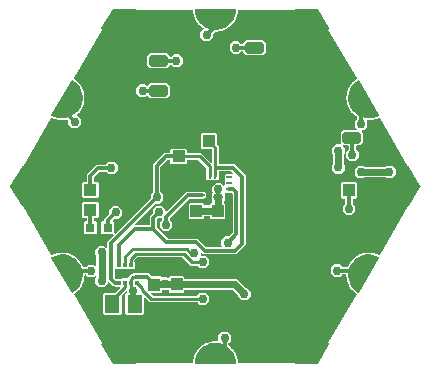
<source format=gbr>
G04 EAGLE Gerber RS-274X export*
G75*
%MOMM*%
%FSLAX34Y34*%
%LPD*%
%INTop Copper*%
%IPPOS*%
%AMOC8*
5,1,8,0,0,1.08239X$1,22.5*%
G01*
%ADD10R,0.800000X0.800000*%
%ADD11R,1.000000X1.100000*%
%ADD12R,1.100000X1.000000*%
%ADD13C,0.499997*%
%ADD14C,1.000000*%
%ADD15R,0.475000X0.250000*%
%ADD16R,0.250000X0.475000*%
%ADD17R,0.450000X0.350000*%
%ADD18R,0.350000X0.450000*%
%ADD19R,1.300000X1.500000*%
%ADD20C,0.756400*%
%ADD21C,0.304800*%
%ADD22C,0.254000*%
%ADD23C,0.609600*%
%ADD24C,0.406400*%
%ADD25C,0.355600*%
%ADD26C,0.203200*%

G36*
X278630Y195708D02*
X278630Y195708D01*
X278658Y195706D01*
X278726Y195728D01*
X278797Y195742D01*
X278820Y195758D01*
X278847Y195767D01*
X278902Y195814D01*
X278961Y195855D01*
X278976Y195879D01*
X278998Y195897D01*
X279029Y195962D01*
X279068Y196022D01*
X279073Y196050D01*
X279085Y196076D01*
X279094Y196177D01*
X279101Y196219D01*
X279099Y196229D01*
X279100Y196242D01*
X279043Y196957D01*
X326649Y196957D01*
X326688Y196964D01*
X326728Y196962D01*
X326798Y196983D01*
X326870Y196996D01*
X326904Y197017D01*
X326942Y197028D01*
X327000Y197073D01*
X327063Y197111D01*
X327088Y197141D01*
X327120Y197166D01*
X327158Y197228D01*
X327204Y197285D01*
X327217Y197322D01*
X327238Y197356D01*
X327260Y197450D01*
X327276Y197497D01*
X327276Y197516D01*
X327281Y197539D01*
X327346Y198318D01*
X327336Y198421D01*
X327330Y198522D01*
X327325Y198532D01*
X327324Y198542D01*
X327305Y198581D01*
X327264Y198681D01*
X327417Y199284D01*
X327420Y199326D01*
X327434Y199387D01*
X327486Y200007D01*
X327540Y200073D01*
X327608Y200150D01*
X327612Y200160D01*
X327618Y200168D01*
X327633Y200209D01*
X327680Y200323D01*
X327951Y201393D01*
X327958Y201495D01*
X327969Y201597D01*
X327966Y201608D01*
X327967Y201617D01*
X327955Y201659D01*
X327931Y201764D01*
X328180Y202333D01*
X328190Y202375D01*
X328214Y202433D01*
X328367Y203036D01*
X328432Y203092D01*
X328511Y203157D01*
X328517Y203166D01*
X328524Y203172D01*
X328545Y203211D01*
X328611Y203315D01*
X329055Y204326D01*
X329077Y204421D01*
X329095Y204474D01*
X329095Y204486D01*
X329105Y204524D01*
X329105Y204535D01*
X329107Y204544D01*
X329102Y204588D01*
X329095Y204696D01*
X329435Y205216D01*
X329452Y205256D01*
X329485Y205308D01*
X329735Y205878D01*
X329809Y205923D01*
X329897Y205974D01*
X329905Y205982D01*
X329913Y205987D01*
X329940Y206021D01*
X330022Y206114D01*
X330626Y207038D01*
X330666Y207132D01*
X330708Y207225D01*
X330710Y207236D01*
X330713Y207245D01*
X330715Y207288D01*
X330727Y207396D01*
X331148Y207853D01*
X331171Y207889D01*
X331212Y207936D01*
X331553Y208457D01*
X331632Y208489D01*
X331728Y208524D01*
X331737Y208531D01*
X331745Y208535D01*
X331778Y208564D01*
X331874Y208642D01*
X332622Y209454D01*
X332676Y209540D01*
X332734Y209624D01*
X332737Y209635D01*
X332742Y209643D01*
X332751Y209686D01*
X332780Y209790D01*
X333271Y210172D01*
X333299Y210204D01*
X333348Y210243D01*
X333769Y210701D01*
X333853Y210719D01*
X333953Y210738D01*
X333963Y210744D01*
X333972Y210746D01*
X334009Y210770D01*
X334117Y210830D01*
X334988Y211508D01*
X335056Y211585D01*
X335127Y211658D01*
X335132Y211668D01*
X335138Y211675D01*
X335154Y211716D01*
X335200Y211814D01*
X335746Y212110D01*
X335780Y212137D01*
X335834Y212167D01*
X336325Y212549D01*
X336411Y212554D01*
X336513Y212556D01*
X336524Y212560D01*
X336533Y212560D01*
X336573Y212578D01*
X336689Y212620D01*
X337660Y213145D01*
X337740Y213209D01*
X337822Y213270D01*
X337828Y213280D01*
X337836Y213285D01*
X337858Y213323D01*
X337919Y213412D01*
X338507Y213614D01*
X338545Y213635D01*
X338603Y213656D01*
X339151Y213952D01*
X339236Y213942D01*
X339337Y213928D01*
X339348Y213930D01*
X339357Y213929D01*
X339400Y213939D01*
X339521Y213962D01*
X340566Y214320D01*
X340655Y214370D01*
X340746Y214417D01*
X340754Y214425D01*
X340762Y214429D01*
X340790Y214463D01*
X340865Y214540D01*
X341478Y214643D01*
X341519Y214657D01*
X341580Y214668D01*
X342168Y214870D01*
X342251Y214847D01*
X342348Y214816D01*
X342360Y214816D01*
X342369Y214814D01*
X342412Y214817D01*
X342536Y214819D01*
X343625Y215001D01*
X343721Y215035D01*
X343818Y215066D01*
X343827Y215073D01*
X343836Y215076D01*
X343869Y215104D01*
X343956Y215169D01*
X344578Y215169D01*
X344620Y215176D01*
X344682Y215177D01*
X345296Y215280D01*
X345373Y215243D01*
X345465Y215196D01*
X345476Y215195D01*
X345484Y215191D01*
X345527Y215187D01*
X345650Y215169D01*
X346754Y215169D01*
X346855Y215187D01*
X346956Y215202D01*
X346966Y215207D01*
X346975Y215208D01*
X347013Y215231D01*
X347109Y215280D01*
X347722Y215177D01*
X347765Y215178D01*
X347826Y215169D01*
X348125Y215169D01*
X348190Y215180D01*
X348255Y215182D01*
X348299Y215200D01*
X348346Y215208D01*
X348402Y215242D01*
X348463Y215267D01*
X348498Y215298D01*
X348539Y215322D01*
X348580Y215374D01*
X348629Y215418D01*
X348650Y215460D01*
X348680Y215497D01*
X348701Y215559D01*
X348731Y215618D01*
X348739Y215672D01*
X348752Y215709D01*
X348751Y215748D01*
X348759Y215803D01*
X348759Y220010D01*
X351868Y223119D01*
X356264Y223119D01*
X359372Y220010D01*
X359372Y215614D01*
X357300Y213541D01*
X357276Y213507D01*
X357245Y213478D01*
X357212Y213415D01*
X357172Y213357D01*
X357162Y213316D01*
X357142Y213278D01*
X357129Y213189D01*
X357116Y213140D01*
X357118Y213119D01*
X357114Y213093D01*
X357114Y212200D01*
X357118Y212182D01*
X357134Y212069D01*
X357134Y212048D01*
X357138Y212039D01*
X357141Y212019D01*
X357198Y211828D01*
X357244Y211737D01*
X357287Y211644D01*
X357295Y211636D01*
X357299Y211628D01*
X357331Y211598D01*
X357416Y211508D01*
X358287Y210830D01*
X358378Y210783D01*
X358466Y210732D01*
X358478Y210730D01*
X358486Y210726D01*
X358529Y210720D01*
X358635Y210700D01*
X359056Y210243D01*
X359090Y210217D01*
X359133Y210172D01*
X359624Y209790D01*
X359650Y209708D01*
X359677Y209609D01*
X359684Y209600D01*
X359686Y209591D01*
X359713Y209556D01*
X359782Y209454D01*
X360530Y208642D01*
X360612Y208580D01*
X360691Y208516D01*
X360701Y208512D01*
X360709Y208506D01*
X360751Y208493D01*
X360852Y208456D01*
X361192Y207936D01*
X361221Y207904D01*
X361256Y207853D01*
X361678Y207395D01*
X361689Y207310D01*
X361700Y207208D01*
X361705Y207198D01*
X361706Y207189D01*
X361727Y207150D01*
X361778Y207038D01*
X362382Y206114D01*
X362452Y206039D01*
X362520Y205963D01*
X362530Y205957D01*
X362536Y205950D01*
X362575Y205931D01*
X362669Y205877D01*
X362919Y205308D01*
X362943Y205273D01*
X362969Y205216D01*
X363309Y204695D01*
X363307Y204610D01*
X363300Y204507D01*
X363303Y204496D01*
X363303Y204487D01*
X363315Y204451D01*
X363316Y204437D01*
X363327Y204409D01*
X363349Y204326D01*
X363793Y203315D01*
X363850Y203231D01*
X363904Y203144D01*
X363913Y203137D01*
X363918Y203129D01*
X363953Y203104D01*
X364037Y203035D01*
X364190Y202433D01*
X364207Y202393D01*
X364224Y202333D01*
X364474Y201764D01*
X364457Y201679D01*
X364434Y201580D01*
X364435Y201568D01*
X364433Y201559D01*
X364440Y201516D01*
X364453Y201393D01*
X364724Y200323D01*
X364766Y200230D01*
X364805Y200136D01*
X364813Y200127D01*
X364817Y200119D01*
X364847Y200088D01*
X364918Y200006D01*
X364970Y199387D01*
X364981Y199345D01*
X364987Y199284D01*
X365140Y198680D01*
X365109Y198600D01*
X365071Y198505D01*
X365070Y198494D01*
X365067Y198485D01*
X365066Y198442D01*
X365058Y198318D01*
X365123Y197539D01*
X365133Y197500D01*
X365134Y197460D01*
X365162Y197393D01*
X365181Y197322D01*
X365204Y197289D01*
X365219Y197253D01*
X365268Y197198D01*
X365310Y197139D01*
X365343Y197116D01*
X365370Y197087D01*
X365435Y197053D01*
X365496Y197012D01*
X365534Y197003D01*
X365570Y196984D01*
X365665Y196970D01*
X365713Y196958D01*
X365732Y196960D01*
X365755Y196957D01*
X413361Y196957D01*
X413304Y196242D01*
X413308Y196213D01*
X413303Y196185D01*
X413320Y196116D01*
X413328Y196044D01*
X413343Y196020D01*
X413349Y195992D01*
X413392Y195934D01*
X413428Y195872D01*
X413450Y195855D01*
X413467Y195832D01*
X413529Y195795D01*
X413586Y195752D01*
X413614Y195745D01*
X413638Y195730D01*
X413738Y195714D01*
X413779Y195703D01*
X413789Y195705D01*
X413802Y195703D01*
X432802Y195703D01*
X432878Y195718D01*
X432956Y195727D01*
X432975Y195738D01*
X432997Y195742D01*
X433061Y195786D01*
X433129Y195825D01*
X433145Y195844D01*
X433161Y195855D01*
X433185Y195893D01*
X433235Y195953D01*
X442735Y212453D01*
X442744Y212480D01*
X442760Y212504D01*
X442775Y212574D01*
X442798Y212642D01*
X442795Y212670D01*
X442801Y212698D01*
X442788Y212769D01*
X442782Y212840D01*
X442769Y212865D01*
X442763Y212893D01*
X442723Y212953D01*
X442690Y213016D01*
X442668Y213034D01*
X442652Y213058D01*
X442569Y213116D01*
X442537Y213143D01*
X442526Y213146D01*
X442516Y213153D01*
X441888Y213450D01*
X465682Y254663D01*
X465695Y254700D01*
X465717Y254733D01*
X465733Y254805D01*
X465758Y254874D01*
X465757Y254913D01*
X465766Y254952D01*
X465756Y255024D01*
X465756Y255098D01*
X465741Y255135D01*
X465736Y255174D01*
X465702Y255239D01*
X465675Y255308D01*
X465649Y255337D01*
X465631Y255372D01*
X465561Y255438D01*
X465527Y255476D01*
X465511Y255485D01*
X465494Y255501D01*
X464843Y255953D01*
X464751Y255995D01*
X464659Y256041D01*
X464648Y256042D01*
X464639Y256046D01*
X464596Y256049D01*
X464489Y256064D01*
X464043Y256498D01*
X464008Y256522D01*
X463962Y256564D01*
X463451Y256919D01*
X463421Y256999D01*
X463389Y257096D01*
X463382Y257105D01*
X463379Y257114D01*
X463350Y257147D01*
X463275Y257246D01*
X462487Y258014D01*
X462402Y258071D01*
X462319Y258131D01*
X462309Y258134D01*
X462301Y258139D01*
X462259Y258150D01*
X462155Y258182D01*
X461788Y258683D01*
X461756Y258712D01*
X461719Y258762D01*
X461273Y259196D01*
X461257Y259280D01*
X461241Y259381D01*
X461235Y259391D01*
X461234Y259400D01*
X461211Y259438D01*
X461153Y259547D01*
X460502Y260435D01*
X460428Y260505D01*
X460356Y260578D01*
X460346Y260583D01*
X460339Y260589D01*
X460299Y260606D01*
X460202Y260655D01*
X459922Y261210D01*
X459896Y261244D01*
X459867Y261299D01*
X459499Y261801D01*
X459497Y261886D01*
X459498Y261989D01*
X459494Y261999D01*
X459494Y262009D01*
X459477Y262049D01*
X459439Y262166D01*
X458942Y263149D01*
X458881Y263231D01*
X458822Y263314D01*
X458813Y263321D01*
X458807Y263328D01*
X458771Y263352D01*
X458683Y263416D01*
X458498Y264009D01*
X458478Y264047D01*
X458459Y264106D01*
X458178Y264662D01*
X458183Y264698D01*
X458193Y264728D01*
X458192Y264760D01*
X458208Y264847D01*
X458206Y264859D01*
X458207Y264868D01*
X458198Y264910D01*
X458179Y265032D01*
X457851Y266083D01*
X457804Y266174D01*
X457759Y266266D01*
X457751Y266274D01*
X457747Y266282D01*
X457715Y266311D01*
X457639Y266389D01*
X457554Y267004D01*
X457541Y267045D01*
X457532Y267107D01*
X457346Y267701D01*
X457372Y267783D01*
X457406Y267879D01*
X457406Y267891D01*
X457409Y267899D01*
X457406Y267943D01*
X457408Y268067D01*
X457257Y269157D01*
X457226Y269254D01*
X457197Y269352D01*
X457191Y269362D01*
X457188Y269371D01*
X457161Y269405D01*
X457099Y269493D01*
X457116Y270115D01*
X457110Y270157D01*
X457111Y270219D01*
X457015Y270911D01*
X457017Y270924D01*
X457032Y270967D01*
X457030Y271034D01*
X457037Y271101D01*
X457026Y271146D01*
X457025Y271192D01*
X457000Y271254D01*
X456984Y271319D01*
X456958Y271357D01*
X456941Y271400D01*
X456896Y271449D01*
X456858Y271504D01*
X456820Y271531D01*
X456789Y271565D01*
X456730Y271596D01*
X456675Y271635D01*
X456631Y271647D01*
X456590Y271668D01*
X456507Y271680D01*
X456459Y271693D01*
X456435Y271691D01*
X456404Y271695D01*
X453933Y271695D01*
X453891Y271688D01*
X453849Y271690D01*
X453782Y271668D01*
X453712Y271656D01*
X453676Y271634D01*
X453635Y271621D01*
X453563Y271567D01*
X453519Y271542D01*
X453506Y271525D01*
X453485Y271510D01*
X451412Y269437D01*
X447016Y269437D01*
X443908Y272546D01*
X443908Y276942D01*
X447016Y280051D01*
X451412Y280051D01*
X453485Y277979D01*
X453519Y277955D01*
X453548Y277923D01*
X453611Y277891D01*
X453669Y277851D01*
X453710Y277840D01*
X453748Y277821D01*
X453837Y277807D01*
X453886Y277795D01*
X453907Y277797D01*
X453933Y277793D01*
X457898Y277793D01*
X457962Y277804D01*
X458027Y277806D01*
X458072Y277824D01*
X458119Y277833D01*
X458175Y277866D01*
X458235Y277890D01*
X458271Y277922D01*
X458312Y277947D01*
X458353Y277997D01*
X458401Y278041D01*
X458429Y278090D01*
X458454Y278121D01*
X458466Y278157D01*
X458492Y278204D01*
X458555Y278373D01*
X458574Y278474D01*
X458595Y278573D01*
X458594Y278584D01*
X458596Y278593D01*
X458588Y278636D01*
X458576Y278744D01*
X458887Y279282D01*
X458902Y279322D01*
X458932Y279377D01*
X459151Y279959D01*
X459221Y280008D01*
X459307Y280063D01*
X459314Y280072D01*
X459322Y280077D01*
X459347Y280113D01*
X459424Y280210D01*
X459975Y281163D01*
X460010Y281259D01*
X460047Y281354D01*
X460048Y281365D01*
X460051Y281374D01*
X460051Y281418D01*
X460056Y281525D01*
X460452Y282005D01*
X460473Y282043D01*
X460512Y282091D01*
X460823Y282630D01*
X460901Y282667D01*
X460995Y282707D01*
X461003Y282714D01*
X461011Y282718D01*
X461042Y282749D01*
X461134Y282832D01*
X461834Y283682D01*
X461885Y283771D01*
X461937Y283858D01*
X461940Y283869D01*
X461944Y283877D01*
X461951Y283921D01*
X461974Y284026D01*
X462443Y284434D01*
X462470Y284467D01*
X462517Y284509D01*
X462913Y284989D01*
X462995Y285012D01*
X463094Y285037D01*
X463104Y285043D01*
X463113Y285045D01*
X463148Y285071D01*
X463252Y285137D01*
X463406Y285271D01*
X463407Y285271D01*
X464083Y285860D01*
X464147Y285939D01*
X464214Y286017D01*
X464218Y286027D01*
X464224Y286035D01*
X464237Y286076D01*
X464278Y286176D01*
X464808Y286501D01*
X464840Y286530D01*
X464892Y286563D01*
X465362Y286972D01*
X465447Y286981D01*
X465549Y286989D01*
X465559Y286993D01*
X465569Y286994D01*
X465608Y287014D01*
X465721Y287062D01*
X466660Y287638D01*
X466736Y287706D01*
X466814Y287772D01*
X466820Y287781D01*
X466827Y287787D01*
X466848Y287826D01*
X466904Y287918D01*
X467480Y288152D01*
X467516Y288175D01*
X467573Y288199D01*
X468104Y288525D01*
X468189Y288520D01*
X468291Y288510D01*
X468302Y288513D01*
X468312Y288513D01*
X468353Y288525D01*
X468473Y288554D01*
X469494Y288968D01*
X469580Y289022D01*
X469668Y289074D01*
X469676Y289083D01*
X469683Y289088D01*
X469710Y289122D01*
X469781Y289204D01*
X470387Y289340D01*
X470427Y289356D01*
X470487Y289371D01*
X471064Y289605D01*
X471148Y289586D01*
X471247Y289560D01*
X471258Y289561D01*
X471267Y289559D01*
X471310Y289565D01*
X471434Y289573D01*
X472508Y289813D01*
X472603Y289853D01*
X472698Y289890D01*
X472706Y289897D01*
X472715Y289900D01*
X472747Y289930D01*
X472830Y289999D01*
X473451Y290033D01*
X473492Y290043D01*
X473554Y290047D01*
X474162Y290183D01*
X474241Y290150D01*
X474335Y290109D01*
X474346Y290108D01*
X474354Y290104D01*
X474398Y290103D01*
X474521Y290091D01*
X475620Y290151D01*
X475719Y290175D01*
X475820Y290195D01*
X475830Y290201D01*
X475839Y290203D01*
X475875Y290227D01*
X475968Y290281D01*
X476586Y290212D01*
X476629Y290215D01*
X476691Y290210D01*
X477312Y290243D01*
X477386Y290198D01*
X477471Y290142D01*
X477481Y290139D01*
X477489Y290134D01*
X477532Y290126D01*
X477652Y290094D01*
X478746Y289972D01*
X478847Y289979D01*
X478950Y289982D01*
X478961Y289986D01*
X478970Y289987D01*
X479009Y290005D01*
X479111Y290043D01*
X479709Y289874D01*
X479751Y289869D01*
X479811Y289853D01*
X480430Y289785D01*
X480476Y289744D01*
X480528Y289687D01*
X480550Y289676D01*
X480569Y289658D01*
X480580Y289654D01*
X480587Y289648D01*
X480627Y289632D01*
X480698Y289600D01*
X480728Y289585D01*
X480734Y289584D01*
X480740Y289581D01*
X481799Y289281D01*
X481901Y289271D01*
X482002Y289258D01*
X482013Y289260D01*
X482022Y289259D01*
X482065Y289270D01*
X482171Y289291D01*
X482733Y289025D01*
X482774Y289014D01*
X482831Y288988D01*
X483430Y288819D01*
X483484Y288753D01*
X483546Y288671D01*
X483556Y288665D01*
X483561Y288658D01*
X483599Y288636D01*
X483702Y288567D01*
X484395Y288240D01*
X484433Y288229D01*
X484468Y288210D01*
X484541Y288200D01*
X484611Y288181D01*
X484651Y288185D01*
X484691Y288179D01*
X484762Y288195D01*
X484835Y288202D01*
X484871Y288219D01*
X484910Y288228D01*
X484971Y288267D01*
X485037Y288299D01*
X485065Y288328D01*
X485098Y288349D01*
X485158Y288424D01*
X485193Y288460D01*
X485200Y288477D01*
X485215Y288496D01*
X509010Y329711D01*
X509618Y329291D01*
X509645Y329280D01*
X509667Y329261D01*
X509736Y329241D01*
X509801Y329213D01*
X509830Y329213D01*
X509858Y329205D01*
X509929Y329213D01*
X510000Y329213D01*
X510027Y329224D01*
X510056Y329227D01*
X510118Y329262D01*
X510183Y329290D01*
X510204Y329310D01*
X510229Y329325D01*
X510292Y329402D01*
X510322Y329432D01*
X510326Y329442D01*
X510335Y329453D01*
X519835Y345953D01*
X519845Y345985D01*
X519854Y345998D01*
X519858Y346022D01*
X519859Y346026D01*
X519890Y346096D01*
X519890Y346120D01*
X519898Y346142D01*
X519892Y346218D01*
X519893Y346295D01*
X519883Y346319D01*
X519882Y346340D01*
X519861Y346379D01*
X519835Y346451D01*
X510335Y362951D01*
X510316Y362973D01*
X510303Y362999D01*
X510250Y363047D01*
X510203Y363100D01*
X510177Y363113D01*
X510156Y363132D01*
X510088Y363155D01*
X510024Y363186D01*
X509995Y363188D01*
X509968Y363197D01*
X509896Y363192D01*
X509825Y363195D01*
X509798Y363185D01*
X509769Y363183D01*
X509679Y363141D01*
X509639Y363126D01*
X509631Y363119D01*
X509618Y363113D01*
X509010Y362693D01*
X485215Y403908D01*
X485189Y403939D01*
X485171Y403974D01*
X485117Y404024D01*
X485070Y404080D01*
X485035Y404099D01*
X485006Y404126D01*
X484938Y404154D01*
X484875Y404190D01*
X484835Y404196D01*
X484798Y404211D01*
X484725Y404214D01*
X484653Y404225D01*
X484614Y404217D01*
X484574Y404219D01*
X484483Y404191D01*
X484433Y404181D01*
X484417Y404171D01*
X484395Y404164D01*
X483702Y403837D01*
X483619Y403778D01*
X483534Y403721D01*
X483527Y403712D01*
X483519Y403707D01*
X483495Y403671D01*
X483429Y403585D01*
X482831Y403416D01*
X482792Y403397D01*
X482733Y403379D01*
X482170Y403113D01*
X482085Y403127D01*
X481985Y403147D01*
X481974Y403146D01*
X481965Y403147D01*
X481922Y403139D01*
X481799Y403123D01*
X480740Y402823D01*
X480649Y402778D01*
X480555Y402736D01*
X480547Y402728D01*
X480538Y402724D01*
X480509Y402693D01*
X480429Y402619D01*
X479811Y402551D01*
X479770Y402538D01*
X479709Y402530D01*
X479110Y402361D01*
X479029Y402389D01*
X478933Y402425D01*
X478922Y402425D01*
X478913Y402428D01*
X478869Y402427D01*
X478746Y402432D01*
X477652Y402310D01*
X477554Y402281D01*
X477455Y402255D01*
X477446Y402249D01*
X477437Y402246D01*
X477402Y402220D01*
X477312Y402161D01*
X476691Y402194D01*
X476648Y402189D01*
X476586Y402192D01*
X475968Y402123D01*
X475892Y402163D01*
X475804Y402215D01*
X475793Y402217D01*
X475785Y402222D01*
X475742Y402228D01*
X475620Y402253D01*
X475209Y402275D01*
X475104Y402262D01*
X474998Y402251D01*
X474992Y402248D01*
X474986Y402248D01*
X474892Y402199D01*
X474797Y402152D01*
X474793Y402147D01*
X474787Y402144D01*
X474716Y402066D01*
X474643Y401988D01*
X474641Y401983D01*
X474636Y401978D01*
X474597Y401880D01*
X474556Y401782D01*
X474555Y401775D01*
X474553Y401770D01*
X474551Y401664D01*
X474546Y401558D01*
X474548Y401552D01*
X474548Y401545D01*
X474582Y401445D01*
X474614Y401344D01*
X474619Y401339D01*
X474620Y401333D01*
X474643Y401306D01*
X474726Y401193D01*
X474770Y401150D01*
X474770Y396753D01*
X471661Y393645D01*
X470700Y393645D01*
X470613Y393629D01*
X470524Y393620D01*
X470503Y393609D01*
X470479Y393605D01*
X470403Y393560D01*
X470323Y393520D01*
X470307Y393503D01*
X470286Y393491D01*
X470230Y393422D01*
X470169Y393357D01*
X470160Y393335D01*
X470145Y393317D01*
X470116Y393232D01*
X470082Y393150D01*
X470081Y393127D01*
X470073Y393104D01*
X470076Y393015D01*
X470072Y392926D01*
X470079Y392904D01*
X470080Y392880D01*
X470113Y392797D01*
X470140Y392713D01*
X470156Y392691D01*
X470164Y392672D01*
X470198Y392635D01*
X470252Y392562D01*
X471297Y391517D01*
X471297Y383183D01*
X468939Y380825D01*
X465872Y380825D01*
X465807Y380814D01*
X465741Y380812D01*
X465697Y380794D01*
X465651Y380786D01*
X465594Y380752D01*
X465533Y380727D01*
X465498Y380696D01*
X465458Y380672D01*
X465416Y380620D01*
X465368Y380576D01*
X465346Y380534D01*
X465316Y380497D01*
X465295Y380435D01*
X465265Y380376D01*
X465257Y380322D01*
X465244Y380285D01*
X465245Y380245D01*
X465237Y380191D01*
X465237Y377710D01*
X465245Y377668D01*
X465243Y377626D01*
X465250Y377603D01*
X465251Y377587D01*
X465266Y377550D01*
X465277Y377489D01*
X465299Y377453D01*
X465312Y377412D01*
X465334Y377382D01*
X465335Y377380D01*
X465339Y377375D01*
X465365Y377340D01*
X465391Y377296D01*
X465407Y377283D01*
X465423Y377262D01*
X467495Y375190D01*
X467495Y370793D01*
X464387Y367685D01*
X459990Y367685D01*
X456882Y370793D01*
X456882Y375190D01*
X458954Y377262D01*
X458978Y377297D01*
X459010Y377325D01*
X459042Y377388D01*
X459043Y377389D01*
X459061Y377412D01*
X459064Y377419D01*
X459082Y377446D01*
X459093Y377487D01*
X459112Y377525D01*
X459122Y377593D01*
X459133Y377624D01*
X459132Y377641D01*
X459138Y377663D01*
X459136Y377684D01*
X459140Y377710D01*
X459140Y380191D01*
X459128Y380256D01*
X459126Y380322D01*
X459109Y380365D01*
X459100Y380412D01*
X459067Y380469D01*
X459042Y380530D01*
X459010Y380564D01*
X458986Y380605D01*
X458935Y380647D01*
X458891Y380695D01*
X458849Y380717D01*
X458812Y380746D01*
X458750Y380768D01*
X458691Y380798D01*
X458637Y380806D01*
X458599Y380818D01*
X458560Y380817D01*
X458506Y380825D01*
X454832Y380825D01*
X454745Y380810D01*
X454656Y380800D01*
X454635Y380790D01*
X454611Y380786D01*
X454535Y380740D01*
X454455Y380701D01*
X454439Y380684D01*
X454418Y380672D01*
X454362Y380602D01*
X454301Y380538D01*
X454292Y380516D01*
X454277Y380497D01*
X454248Y380413D01*
X454214Y380331D01*
X454213Y380307D01*
X454205Y380285D01*
X454208Y380196D01*
X454204Y380107D01*
X454211Y380084D01*
X454212Y380061D01*
X454245Y379978D01*
X454272Y379893D01*
X454288Y379872D01*
X454296Y379853D01*
X454330Y379815D01*
X454384Y379743D01*
X455578Y378549D01*
X455578Y374152D01*
X455029Y373604D01*
X455005Y373569D01*
X454974Y373541D01*
X454942Y373478D01*
X454901Y373420D01*
X454891Y373379D01*
X454871Y373341D01*
X454858Y373252D01*
X454845Y373203D01*
X454848Y373182D01*
X454844Y373156D01*
X454844Y365536D01*
X454851Y365494D01*
X454849Y365452D01*
X454871Y365385D01*
X454883Y365315D01*
X454905Y365279D01*
X454918Y365238D01*
X454972Y365165D01*
X454997Y365122D01*
X455014Y365109D01*
X455029Y365088D01*
X455672Y364445D01*
X455672Y360049D01*
X452563Y356940D01*
X448167Y356940D01*
X445058Y360049D01*
X445058Y364445D01*
X445512Y364900D01*
X445537Y364934D01*
X445568Y364963D01*
X445600Y365026D01*
X445640Y365084D01*
X445651Y365125D01*
X445670Y365163D01*
X445684Y365252D01*
X445696Y365301D01*
X445694Y365322D01*
X445698Y365348D01*
X445698Y373156D01*
X445691Y373198D01*
X445693Y373240D01*
X445671Y373307D01*
X445658Y373377D01*
X445637Y373413D01*
X445624Y373454D01*
X445570Y373526D01*
X445544Y373570D01*
X445528Y373583D01*
X445512Y373604D01*
X444964Y374152D01*
X444964Y378549D01*
X448073Y381657D01*
X452242Y381657D01*
X452329Y381673D01*
X452418Y381682D01*
X452439Y381693D01*
X452463Y381697D01*
X452539Y381742D01*
X452619Y381782D01*
X452635Y381799D01*
X452656Y381811D01*
X452712Y381880D01*
X452773Y381945D01*
X452782Y381967D01*
X452797Y381985D01*
X452826Y382070D01*
X452860Y382152D01*
X452861Y382175D01*
X452869Y382198D01*
X452866Y382287D01*
X452870Y382376D01*
X452863Y382398D01*
X452862Y382422D01*
X452829Y382505D01*
X452802Y382589D01*
X452786Y382611D01*
X452778Y382630D01*
X452744Y382667D01*
X452690Y382740D01*
X452247Y383183D01*
X452247Y391517D01*
X454605Y393875D01*
X465504Y393875D01*
X465591Y393890D01*
X465680Y393900D01*
X465701Y393910D01*
X465725Y393914D01*
X465801Y393960D01*
X465881Y393999D01*
X465897Y394016D01*
X465918Y394028D01*
X465974Y394098D01*
X466035Y394162D01*
X466044Y394184D01*
X466059Y394203D01*
X466088Y394287D01*
X466122Y394369D01*
X466123Y394393D01*
X466131Y394415D01*
X466128Y394504D01*
X466132Y394593D01*
X466125Y394616D01*
X466124Y394639D01*
X466091Y394722D01*
X466064Y394807D01*
X466048Y394828D01*
X466040Y394847D01*
X466006Y394885D01*
X465952Y394957D01*
X464156Y396753D01*
X464156Y401150D01*
X466229Y403222D01*
X466253Y403257D01*
X466284Y403285D01*
X466316Y403348D01*
X466357Y403406D01*
X466367Y403447D01*
X466387Y403485D01*
X466400Y403575D01*
X466413Y403623D01*
X466410Y403644D01*
X466414Y403670D01*
X466414Y404562D01*
X466414Y404566D01*
X466414Y404569D01*
X466394Y404675D01*
X466375Y404782D01*
X466373Y404786D01*
X466372Y404790D01*
X466316Y404882D01*
X466261Y404976D01*
X466257Y404978D01*
X466255Y404982D01*
X466112Y405102D01*
X465721Y405342D01*
X465626Y405379D01*
X465532Y405419D01*
X465521Y405420D01*
X465512Y405423D01*
X465469Y405424D01*
X465361Y405433D01*
X464892Y405841D01*
X464855Y405863D01*
X464807Y405903D01*
X464277Y406228D01*
X464243Y406307D01*
X464205Y406402D01*
X464197Y406410D01*
X464194Y406419D01*
X464163Y406450D01*
X464083Y406544D01*
X463252Y407267D01*
X463165Y407319D01*
X463079Y407374D01*
X463068Y407377D01*
X463060Y407382D01*
X463017Y407390D01*
X462912Y407416D01*
X462517Y407895D01*
X462484Y407923D01*
X462443Y407970D01*
X461974Y408379D01*
X461953Y408462D01*
X461931Y408562D01*
X461925Y408572D01*
X461923Y408581D01*
X461898Y408617D01*
X461834Y408722D01*
X461134Y409572D01*
X461056Y409638D01*
X460980Y409706D01*
X460970Y409711D01*
X460963Y409717D01*
X460922Y409732D01*
X460823Y409775D01*
X460512Y410313D01*
X460484Y410346D01*
X460452Y410399D01*
X460056Y410879D01*
X460049Y410964D01*
X460044Y411067D01*
X460040Y411077D01*
X460039Y411086D01*
X460020Y411126D01*
X459975Y411241D01*
X459424Y412194D01*
X459358Y412272D01*
X459294Y412352D01*
X459285Y412358D01*
X459279Y412365D01*
X459241Y412387D01*
X459150Y412445D01*
X458932Y413027D01*
X458910Y413064D01*
X458887Y413122D01*
X458576Y413661D01*
X458583Y413746D01*
X458595Y413848D01*
X458592Y413859D01*
X458593Y413868D01*
X458581Y413910D01*
X458555Y414031D01*
X458169Y415062D01*
X458116Y415150D01*
X458067Y415239D01*
X458059Y415247D01*
X458054Y415255D01*
X458020Y415282D01*
X457940Y415355D01*
X457821Y415965D01*
X457805Y416005D01*
X457792Y416066D01*
X457573Y416649D01*
X457595Y416732D01*
X457623Y416830D01*
X457622Y416841D01*
X457625Y416850D01*
X457620Y416894D01*
X457614Y417017D01*
X457403Y418097D01*
X457366Y418193D01*
X457332Y418289D01*
X457325Y418298D01*
X457321Y418307D01*
X457292Y418339D01*
X457226Y418424D01*
X457208Y419045D01*
X457199Y419087D01*
X457196Y419150D01*
X457077Y419760D01*
X457111Y419839D01*
X457155Y419931D01*
X457157Y419942D01*
X457160Y419951D01*
X457163Y419995D01*
X457178Y420117D01*
X457147Y421218D01*
X457126Y421318D01*
X457108Y421418D01*
X457103Y421428D01*
X457101Y421437D01*
X457078Y421474D01*
X457026Y421569D01*
X457111Y422185D01*
X457109Y422228D01*
X457116Y422289D01*
X457099Y422912D01*
X457146Y422983D01*
X457205Y423067D01*
X457208Y423078D01*
X457213Y423086D01*
X457223Y423129D01*
X457257Y423247D01*
X457408Y424337D01*
X457404Y424439D01*
X457403Y424542D01*
X457399Y424552D01*
X457399Y424561D01*
X457382Y424602D01*
X457346Y424704D01*
X457532Y425297D01*
X457537Y425340D01*
X457554Y425399D01*
X457639Y426016D01*
X457698Y426079D01*
X457769Y426152D01*
X457774Y426162D01*
X457780Y426169D01*
X457797Y426209D01*
X457851Y426321D01*
X458179Y427372D01*
X458191Y427473D01*
X458207Y427574D01*
X458206Y427585D01*
X458207Y427594D01*
X458197Y427636D01*
X458179Y427743D01*
X458459Y428298D01*
X458471Y428339D01*
X458498Y428395D01*
X458684Y428989D01*
X458751Y429042D01*
X458834Y429102D01*
X458841Y429111D01*
X458848Y429117D01*
X458871Y429154D01*
X458942Y429255D01*
X459439Y430238D01*
X459468Y430335D01*
X459500Y430432D01*
X459500Y430444D01*
X459503Y430453D01*
X459500Y430496D01*
X459500Y430604D01*
X459867Y431105D01*
X459886Y431144D01*
X459922Y431194D01*
X460203Y431750D01*
X460278Y431791D01*
X460370Y431836D01*
X460378Y431844D01*
X460386Y431849D01*
X460415Y431882D01*
X460502Y431969D01*
X461153Y432857D01*
X461198Y432949D01*
X461246Y433039D01*
X461248Y433050D01*
X461252Y433058D01*
X461256Y433102D01*
X461274Y433208D01*
X461719Y433642D01*
X461744Y433677D01*
X461788Y433721D01*
X462156Y434223D01*
X462237Y434251D01*
X462335Y434281D01*
X462344Y434287D01*
X462353Y434290D01*
X462386Y434318D01*
X462487Y434390D01*
X463275Y435158D01*
X463335Y435242D01*
X463397Y435323D01*
X463401Y435333D01*
X463406Y435341D01*
X463417Y435383D01*
X463452Y435485D01*
X463962Y435840D01*
X463993Y435870D01*
X464043Y435906D01*
X464489Y436341D01*
X464574Y436355D01*
X464675Y436368D01*
X464685Y436373D01*
X464695Y436375D01*
X464732Y436397D01*
X464843Y436451D01*
X465494Y436903D01*
X465522Y436931D01*
X465556Y436952D01*
X465601Y437010D01*
X465653Y437062D01*
X465669Y437098D01*
X465694Y437129D01*
X465716Y437199D01*
X465747Y437266D01*
X465750Y437305D01*
X465761Y437343D01*
X465758Y437416D01*
X465763Y437490D01*
X465752Y437527D01*
X465750Y437567D01*
X465715Y437657D01*
X465701Y437705D01*
X465690Y437720D01*
X465682Y437741D01*
X441888Y478954D01*
X442516Y479251D01*
X442538Y479268D01*
X442565Y479278D01*
X442617Y479327D01*
X442675Y479370D01*
X442689Y479395D01*
X442710Y479414D01*
X442739Y479480D01*
X442775Y479542D01*
X442778Y479570D01*
X442790Y479596D01*
X442791Y479668D01*
X442800Y479739D01*
X442792Y479766D01*
X442793Y479795D01*
X442757Y479890D01*
X442746Y479930D01*
X442739Y479939D01*
X442735Y479951D01*
X433235Y496451D01*
X433183Y496510D01*
X433137Y496572D01*
X433118Y496583D01*
X433103Y496600D01*
X433033Y496634D01*
X432966Y496674D01*
X432942Y496678D01*
X432924Y496686D01*
X432879Y496688D01*
X432802Y496701D01*
X413802Y496701D01*
X413774Y496696D01*
X413746Y496698D01*
X413678Y496676D01*
X413607Y496662D01*
X413584Y496646D01*
X413557Y496637D01*
X413502Y496590D01*
X413443Y496549D01*
X413428Y496525D01*
X413407Y496507D01*
X413375Y496442D01*
X413336Y496382D01*
X413331Y496354D01*
X413319Y496328D01*
X413310Y496227D01*
X413303Y496185D01*
X413305Y496175D01*
X413304Y496162D01*
X413361Y495447D01*
X365755Y495447D01*
X365716Y495440D01*
X365676Y495442D01*
X365606Y495421D01*
X365534Y495408D01*
X365500Y495387D01*
X365462Y495376D01*
X365404Y495331D01*
X365341Y495293D01*
X365316Y495263D01*
X365284Y495238D01*
X365246Y495176D01*
X365200Y495119D01*
X365187Y495082D01*
X365166Y495048D01*
X365144Y494955D01*
X365128Y494907D01*
X365128Y494888D01*
X365123Y494865D01*
X365058Y494086D01*
X365068Y493983D01*
X365074Y493882D01*
X365079Y493872D01*
X365080Y493862D01*
X365099Y493823D01*
X365140Y493723D01*
X364987Y493120D01*
X364984Y493078D01*
X364970Y493017D01*
X364918Y492397D01*
X364864Y492331D01*
X364796Y492254D01*
X364792Y492244D01*
X364786Y492236D01*
X364771Y492195D01*
X364724Y492081D01*
X364453Y491011D01*
X364446Y490909D01*
X364435Y490807D01*
X364438Y490796D01*
X364437Y490787D01*
X364449Y490745D01*
X364473Y490640D01*
X364224Y490071D01*
X364214Y490029D01*
X364190Y489971D01*
X364037Y489368D01*
X363972Y489312D01*
X363893Y489247D01*
X363887Y489238D01*
X363880Y489232D01*
X363859Y489193D01*
X363793Y489089D01*
X363349Y488078D01*
X363326Y487979D01*
X363299Y487880D01*
X363299Y487868D01*
X363297Y487859D01*
X363302Y487816D01*
X363309Y487708D01*
X362969Y487188D01*
X362952Y487148D01*
X362934Y487120D01*
X362930Y487115D01*
X362929Y487112D01*
X362919Y487096D01*
X362669Y486526D01*
X362595Y486481D01*
X362507Y486430D01*
X362499Y486422D01*
X362491Y486417D01*
X362464Y486383D01*
X362382Y486290D01*
X361778Y485366D01*
X361738Y485272D01*
X361696Y485179D01*
X361694Y485168D01*
X361691Y485160D01*
X361689Y485116D01*
X361677Y485008D01*
X361256Y484551D01*
X361233Y484515D01*
X361192Y484468D01*
X360851Y483947D01*
X360772Y483915D01*
X360676Y483880D01*
X360667Y483873D01*
X360659Y483869D01*
X360626Y483840D01*
X360530Y483762D01*
X359782Y482950D01*
X359728Y482864D01*
X359670Y482779D01*
X359667Y482769D01*
X359662Y482761D01*
X359653Y482718D01*
X359624Y482614D01*
X359133Y482232D01*
X359124Y482222D01*
X359113Y482215D01*
X359093Y482191D01*
X359056Y482161D01*
X358635Y481703D01*
X358551Y481685D01*
X358451Y481666D01*
X358441Y481660D01*
X358432Y481658D01*
X358395Y481634D01*
X358287Y481574D01*
X357416Y480896D01*
X357348Y480819D01*
X357277Y480746D01*
X357272Y480736D01*
X357266Y480729D01*
X357250Y480688D01*
X357204Y480590D01*
X356658Y480294D01*
X356624Y480267D01*
X356570Y480237D01*
X356079Y479855D01*
X355993Y479850D01*
X355891Y479848D01*
X355880Y479844D01*
X355871Y479844D01*
X355831Y479826D01*
X355715Y479784D01*
X354744Y479259D01*
X354664Y479195D01*
X354582Y479134D01*
X354576Y479124D01*
X354568Y479119D01*
X354546Y479081D01*
X354485Y478992D01*
X353897Y478790D01*
X353859Y478769D01*
X353801Y478748D01*
X353253Y478452D01*
X353168Y478462D01*
X353067Y478476D01*
X353056Y478474D01*
X353047Y478475D01*
X353004Y478465D01*
X352883Y478442D01*
X351838Y478084D01*
X351749Y478034D01*
X351658Y477987D01*
X351650Y477979D01*
X351642Y477975D01*
X351614Y477941D01*
X351539Y477864D01*
X350926Y477761D01*
X350885Y477747D01*
X350824Y477736D01*
X350236Y477534D01*
X350153Y477557D01*
X350056Y477588D01*
X350044Y477588D01*
X350035Y477590D01*
X349992Y477587D01*
X349868Y477585D01*
X348779Y477403D01*
X348683Y477369D01*
X348586Y477338D01*
X348577Y477331D01*
X348568Y477328D01*
X348535Y477300D01*
X348448Y477235D01*
X347826Y477235D01*
X347784Y477228D01*
X347722Y477227D01*
X347108Y477124D01*
X347031Y477161D01*
X346939Y477208D01*
X346928Y477209D01*
X346920Y477213D01*
X346877Y477217D01*
X346754Y477235D01*
X346293Y477235D01*
X346251Y477228D01*
X346209Y477230D01*
X346142Y477208D01*
X346072Y477196D01*
X346036Y477174D01*
X345995Y477161D01*
X345922Y477107D01*
X345879Y477082D01*
X345866Y477065D01*
X345844Y477050D01*
X344262Y475468D01*
X344238Y475433D01*
X344207Y475404D01*
X344175Y475341D01*
X344134Y475283D01*
X344124Y475242D01*
X344104Y475204D01*
X344091Y475115D01*
X344078Y475066D01*
X344081Y475045D01*
X344077Y475019D01*
X344077Y472088D01*
X340968Y468980D01*
X336572Y468980D01*
X333463Y472088D01*
X333463Y476485D01*
X336103Y479125D01*
X336163Y479210D01*
X336225Y479295D01*
X336227Y479302D01*
X336231Y479309D01*
X336257Y479410D01*
X336286Y479511D01*
X336285Y479519D01*
X336287Y479526D01*
X336276Y479630D01*
X336268Y479734D01*
X336265Y479741D01*
X336264Y479749D01*
X336218Y479843D01*
X336173Y479938D01*
X336168Y479944D01*
X336164Y479950D01*
X336136Y479977D01*
X336044Y480074D01*
X335834Y480237D01*
X335796Y480257D01*
X335746Y480294D01*
X335199Y480591D01*
X335160Y480667D01*
X335117Y480760D01*
X335110Y480768D01*
X335105Y480776D01*
X335073Y480806D01*
X334988Y480896D01*
X334117Y481574D01*
X334026Y481621D01*
X333938Y481672D01*
X333926Y481674D01*
X333918Y481678D01*
X333875Y481684D01*
X333769Y481704D01*
X333348Y482161D01*
X333314Y482187D01*
X333271Y482232D01*
X332780Y482614D01*
X332754Y482696D01*
X332727Y482795D01*
X332720Y482804D01*
X332718Y482813D01*
X332691Y482848D01*
X332622Y482950D01*
X331874Y483762D01*
X331792Y483824D01*
X331713Y483888D01*
X331703Y483892D01*
X331695Y483898D01*
X331653Y483911D01*
X331552Y483948D01*
X331212Y484468D01*
X331183Y484500D01*
X331148Y484551D01*
X330726Y485009D01*
X330715Y485094D01*
X330704Y485196D01*
X330699Y485206D01*
X330698Y485215D01*
X330677Y485254D01*
X330626Y485366D01*
X330022Y486290D01*
X329952Y486365D01*
X329884Y486441D01*
X329874Y486447D01*
X329868Y486454D01*
X329829Y486473D01*
X329735Y486527D01*
X329485Y487096D01*
X329461Y487131D01*
X329455Y487147D01*
X329453Y487149D01*
X329435Y487188D01*
X329095Y487709D01*
X329097Y487794D01*
X329104Y487897D01*
X329101Y487908D01*
X329101Y487917D01*
X329087Y487958D01*
X329055Y488078D01*
X328611Y489089D01*
X328554Y489173D01*
X328500Y489260D01*
X328491Y489267D01*
X328486Y489275D01*
X328451Y489300D01*
X328367Y489369D01*
X328214Y489971D01*
X328197Y490011D01*
X328180Y490071D01*
X327930Y490640D01*
X327947Y490725D01*
X327970Y490824D01*
X327969Y490836D01*
X327971Y490845D01*
X327964Y490888D01*
X327951Y491011D01*
X327680Y492081D01*
X327638Y492174D01*
X327599Y492268D01*
X327591Y492277D01*
X327587Y492285D01*
X327557Y492316D01*
X327486Y492398D01*
X327434Y493017D01*
X327423Y493059D01*
X327417Y493120D01*
X327264Y493724D01*
X327295Y493804D01*
X327333Y493899D01*
X327334Y493910D01*
X327337Y493919D01*
X327338Y493962D01*
X327346Y494086D01*
X327281Y494865D01*
X327271Y494904D01*
X327270Y494944D01*
X327242Y495011D01*
X327223Y495082D01*
X327200Y495115D01*
X327185Y495151D01*
X327136Y495206D01*
X327094Y495265D01*
X327061Y495288D01*
X327034Y495317D01*
X326969Y495351D01*
X326908Y495392D01*
X326870Y495401D01*
X326834Y495420D01*
X326739Y495434D01*
X326691Y495446D01*
X326672Y495444D01*
X326649Y495447D01*
X279043Y495447D01*
X279100Y496162D01*
X279096Y496191D01*
X279101Y496219D01*
X279084Y496288D01*
X279076Y496360D01*
X279062Y496384D01*
X279055Y496412D01*
X279012Y496470D01*
X278977Y496532D01*
X278954Y496549D01*
X278937Y496572D01*
X278875Y496609D01*
X278818Y496652D01*
X278790Y496659D01*
X278766Y496674D01*
X278666Y496690D01*
X278625Y496701D01*
X278615Y496699D01*
X278602Y496701D01*
X259602Y496701D01*
X259526Y496686D01*
X259448Y496677D01*
X259429Y496666D01*
X259407Y496662D01*
X259343Y496618D01*
X259275Y496579D01*
X259259Y496560D01*
X259243Y496549D01*
X259219Y496511D01*
X259169Y496451D01*
X249669Y479951D01*
X249660Y479924D01*
X249644Y479900D01*
X249629Y479830D01*
X249606Y479762D01*
X249609Y479734D01*
X249603Y479706D01*
X249617Y479636D01*
X249622Y479564D01*
X249635Y479539D01*
X249641Y479511D01*
X249681Y479451D01*
X249714Y479388D01*
X249736Y479370D01*
X249752Y479346D01*
X249835Y479288D01*
X249867Y479261D01*
X249878Y479258D01*
X249889Y479251D01*
X250516Y478954D01*
X226722Y437741D01*
X226709Y437704D01*
X226687Y437671D01*
X226671Y437599D01*
X226646Y437530D01*
X226647Y437491D01*
X226638Y437452D01*
X226648Y437380D01*
X226648Y437306D01*
X226663Y437269D01*
X226668Y437230D01*
X226702Y437165D01*
X226729Y437096D01*
X226755Y437067D01*
X226773Y437032D01*
X226843Y436966D01*
X226877Y436928D01*
X226893Y436919D01*
X226910Y436903D01*
X227561Y436451D01*
X227653Y436409D01*
X227745Y436363D01*
X227756Y436362D01*
X227765Y436358D01*
X227808Y436355D01*
X227915Y436340D01*
X228361Y435906D01*
X228396Y435882D01*
X228442Y435840D01*
X228953Y435485D01*
X228983Y435405D01*
X229015Y435308D01*
X229022Y435299D01*
X229025Y435290D01*
X229054Y435257D01*
X229129Y435158D01*
X229917Y434390D01*
X230002Y434333D01*
X230085Y434273D01*
X230095Y434270D01*
X230103Y434265D01*
X230146Y434254D01*
X230249Y434222D01*
X230616Y433721D01*
X230648Y433692D01*
X230685Y433642D01*
X231131Y433208D01*
X231147Y433124D01*
X231163Y433023D01*
X231169Y433013D01*
X231170Y433004D01*
X231193Y432966D01*
X231251Y432857D01*
X231902Y431969D01*
X231976Y431899D01*
X232048Y431826D01*
X232058Y431821D01*
X232065Y431815D01*
X232105Y431798D01*
X232202Y431749D01*
X232482Y431194D01*
X232508Y431160D01*
X232537Y431105D01*
X232905Y430603D01*
X232907Y430518D01*
X232906Y430415D01*
X232910Y430405D01*
X232910Y430395D01*
X232927Y430355D01*
X232965Y430238D01*
X233462Y429255D01*
X233523Y429173D01*
X233582Y429090D01*
X233591Y429083D01*
X233597Y429076D01*
X233633Y429052D01*
X233721Y428988D01*
X233906Y428395D01*
X233926Y428357D01*
X233945Y428298D01*
X234226Y427742D01*
X234214Y427658D01*
X234196Y427557D01*
X234198Y427545D01*
X234197Y427536D01*
X234206Y427494D01*
X234225Y427372D01*
X234553Y426321D01*
X234600Y426230D01*
X234645Y426138D01*
X234653Y426130D01*
X234657Y426122D01*
X234689Y426093D01*
X234765Y426015D01*
X234850Y425399D01*
X234863Y425359D01*
X234872Y425297D01*
X235058Y424703D01*
X235032Y424620D01*
X234998Y424525D01*
X234998Y424514D01*
X234995Y424505D01*
X234998Y424461D01*
X234996Y424337D01*
X235147Y423247D01*
X235178Y423150D01*
X235207Y423052D01*
X235213Y423042D01*
X235216Y423034D01*
X235243Y423000D01*
X235305Y422911D01*
X235288Y422289D01*
X235294Y422247D01*
X235293Y422185D01*
X235378Y421568D01*
X235339Y421492D01*
X235290Y421402D01*
X235288Y421391D01*
X235284Y421383D01*
X235279Y421340D01*
X235257Y421218D01*
X235226Y420117D01*
X235241Y420016D01*
X235253Y419915D01*
X235258Y419905D01*
X235260Y419895D01*
X235281Y419857D01*
X235327Y419760D01*
X235208Y419150D01*
X235207Y419107D01*
X235196Y419045D01*
X235178Y418423D01*
X235128Y418354D01*
X235064Y418274D01*
X235060Y418263D01*
X235055Y418256D01*
X235043Y418214D01*
X235001Y418097D01*
X234790Y417017D01*
X234788Y416915D01*
X234783Y416813D01*
X234786Y416802D01*
X234786Y416793D01*
X234801Y416752D01*
X234830Y416648D01*
X234612Y416066D01*
X234604Y416023D01*
X234583Y415965D01*
X234464Y415354D01*
X234402Y415295D01*
X234326Y415226D01*
X234321Y415216D01*
X234314Y415210D01*
X234295Y415170D01*
X234235Y415062D01*
X233849Y414031D01*
X233830Y413930D01*
X233809Y413831D01*
X233810Y413820D01*
X233808Y413811D01*
X233816Y413767D01*
X233828Y413660D01*
X233517Y413122D01*
X233502Y413082D01*
X233472Y413027D01*
X233253Y412445D01*
X233183Y412396D01*
X233097Y412341D01*
X233090Y412332D01*
X233082Y412326D01*
X233057Y412291D01*
X232980Y412194D01*
X232429Y411241D01*
X232394Y411145D01*
X232357Y411050D01*
X232356Y411039D01*
X232353Y411030D01*
X232353Y410986D01*
X232348Y410878D01*
X231952Y410399D01*
X231931Y410362D01*
X231892Y410313D01*
X231581Y409774D01*
X231503Y409737D01*
X231409Y409697D01*
X231401Y409690D01*
X231392Y409686D01*
X231362Y409654D01*
X231270Y409572D01*
X230570Y408722D01*
X230520Y408633D01*
X230467Y408546D01*
X230464Y408535D01*
X230460Y408527D01*
X230453Y408483D01*
X230430Y408378D01*
X230004Y408008D01*
X229961Y407970D01*
X229934Y407937D01*
X229887Y407895D01*
X229447Y407361D01*
X229420Y407341D01*
X229367Y407315D01*
X229330Y407276D01*
X229286Y407244D01*
X229253Y407195D01*
X229213Y407152D01*
X229192Y407102D01*
X229162Y407057D01*
X229148Y406999D01*
X229125Y406945D01*
X229123Y406891D01*
X229111Y406839D01*
X229118Y406780D01*
X229115Y406721D01*
X229132Y406670D01*
X229139Y406616D01*
X229166Y406564D01*
X229184Y406507D01*
X229222Y406456D01*
X229242Y406417D01*
X229268Y406394D01*
X229296Y406357D01*
X232402Y403250D01*
X232402Y398854D01*
X229293Y395745D01*
X224897Y395745D01*
X221788Y398854D01*
X221788Y401785D01*
X221781Y401826D01*
X221783Y401869D01*
X221761Y401936D01*
X221749Y402006D01*
X221727Y402042D01*
X221714Y402082D01*
X221660Y402155D01*
X221635Y402199D01*
X221618Y402212D01*
X221603Y402233D01*
X221247Y402589D01*
X221246Y402589D01*
X221245Y402590D01*
X221157Y402652D01*
X221063Y402718D01*
X221062Y402718D01*
X221061Y402718D01*
X220952Y402747D01*
X220846Y402774D01*
X220845Y402774D01*
X220844Y402774D01*
X220836Y402774D01*
X220659Y402761D01*
X219896Y402591D01*
X219801Y402551D01*
X219706Y402514D01*
X219698Y402507D01*
X219689Y402504D01*
X219657Y402474D01*
X219574Y402405D01*
X218953Y402371D01*
X218912Y402361D01*
X218850Y402357D01*
X218242Y402221D01*
X218163Y402254D01*
X218069Y402295D01*
X218058Y402296D01*
X218050Y402300D01*
X218006Y402301D01*
X217883Y402313D01*
X216784Y402253D01*
X216685Y402229D01*
X216584Y402209D01*
X216574Y402203D01*
X216565Y402201D01*
X216529Y402177D01*
X216436Y402123D01*
X215818Y402192D01*
X215775Y402189D01*
X215713Y402194D01*
X215092Y402161D01*
X215018Y402206D01*
X214933Y402262D01*
X214923Y402265D01*
X214915Y402270D01*
X214872Y402278D01*
X214752Y402310D01*
X213658Y402432D01*
X213557Y402425D01*
X213454Y402422D01*
X213444Y402418D01*
X213434Y402417D01*
X213395Y402399D01*
X213293Y402361D01*
X212695Y402530D01*
X212653Y402535D01*
X212593Y402551D01*
X211974Y402619D01*
X211910Y402676D01*
X211835Y402746D01*
X211824Y402750D01*
X211817Y402756D01*
X211777Y402772D01*
X211664Y402823D01*
X210605Y403123D01*
X210503Y403133D01*
X210402Y403146D01*
X210391Y403144D01*
X210381Y403145D01*
X210339Y403134D01*
X210233Y403113D01*
X209671Y403379D01*
X209630Y403390D01*
X209573Y403416D01*
X208974Y403585D01*
X208920Y403651D01*
X208858Y403733D01*
X208848Y403739D01*
X208843Y403746D01*
X208805Y403768D01*
X208702Y403837D01*
X208009Y404164D01*
X207971Y404175D01*
X207936Y404194D01*
X207863Y404204D01*
X207793Y404223D01*
X207753Y404219D01*
X207713Y404225D01*
X207642Y404209D01*
X207569Y404202D01*
X207533Y404185D01*
X207494Y404176D01*
X207433Y404137D01*
X207367Y404105D01*
X207339Y404076D01*
X207306Y404055D01*
X207246Y403980D01*
X207211Y403944D01*
X207204Y403927D01*
X207189Y403908D01*
X183394Y362693D01*
X182786Y363113D01*
X182759Y363124D01*
X182737Y363143D01*
X182668Y363163D01*
X182603Y363191D01*
X182574Y363191D01*
X182546Y363199D01*
X182475Y363191D01*
X182404Y363192D01*
X182377Y363180D01*
X182348Y363177D01*
X182286Y363142D01*
X182221Y363114D01*
X182200Y363094D01*
X182175Y363079D01*
X182112Y363002D01*
X182082Y362972D01*
X182078Y362962D01*
X182069Y362951D01*
X172569Y346451D01*
X172545Y346378D01*
X172514Y346308D01*
X172514Y346284D01*
X172506Y346262D01*
X172513Y346186D01*
X172512Y346109D01*
X172521Y346085D01*
X172522Y346064D01*
X172543Y346025D01*
X172562Y345973D01*
X172563Y345967D01*
X172565Y345965D01*
X172569Y345953D01*
X182069Y329453D01*
X182088Y329431D01*
X182101Y329405D01*
X182154Y329357D01*
X182201Y329304D01*
X182227Y329291D01*
X182249Y329272D01*
X182316Y329249D01*
X182380Y329218D01*
X182409Y329217D01*
X182436Y329207D01*
X182508Y329212D01*
X182579Y329209D01*
X182606Y329219D01*
X182635Y329221D01*
X182725Y329263D01*
X182765Y329278D01*
X182773Y329285D01*
X182786Y329291D01*
X183394Y329711D01*
X207189Y288496D01*
X207215Y288465D01*
X207233Y288430D01*
X207287Y288380D01*
X207334Y288324D01*
X207369Y288305D01*
X207398Y288278D01*
X207466Y288250D01*
X207529Y288214D01*
X207569Y288208D01*
X207606Y288193D01*
X207679Y288190D01*
X207751Y288179D01*
X207790Y288187D01*
X207830Y288185D01*
X207921Y288213D01*
X207971Y288223D01*
X207987Y288233D01*
X208009Y288240D01*
X208702Y288567D01*
X208785Y288626D01*
X208870Y288683D01*
X208877Y288692D01*
X208885Y288697D01*
X208909Y288733D01*
X208975Y288819D01*
X209573Y288988D01*
X209612Y289007D01*
X209671Y289025D01*
X210234Y289291D01*
X210319Y289277D01*
X210419Y289257D01*
X210430Y289258D01*
X210439Y289257D01*
X210482Y289265D01*
X210605Y289281D01*
X211664Y289581D01*
X211687Y289592D01*
X211712Y289597D01*
X211778Y289636D01*
X211849Y289668D01*
X211857Y289676D01*
X211866Y289680D01*
X211883Y289698D01*
X211905Y289711D01*
X211934Y289747D01*
X211975Y289785D01*
X212593Y289853D01*
X212634Y289866D01*
X212695Y289874D01*
X213294Y290043D01*
X213376Y290015D01*
X213471Y289979D01*
X213482Y289979D01*
X213491Y289976D01*
X213535Y289977D01*
X213658Y289972D01*
X214752Y290094D01*
X214850Y290123D01*
X214949Y290149D01*
X214958Y290155D01*
X214967Y290158D01*
X215002Y290184D01*
X215092Y290243D01*
X215713Y290210D01*
X215756Y290215D01*
X215818Y290212D01*
X216436Y290281D01*
X216511Y290241D01*
X216600Y290189D01*
X216611Y290187D01*
X216619Y290182D01*
X216662Y290176D01*
X216784Y290151D01*
X217883Y290091D01*
X217984Y290104D01*
X218086Y290113D01*
X218096Y290118D01*
X218106Y290119D01*
X218144Y290139D01*
X218243Y290183D01*
X218850Y290047D01*
X218892Y290045D01*
X218953Y290033D01*
X219575Y289999D01*
X219643Y289946D01*
X219721Y289881D01*
X219732Y289877D01*
X219739Y289871D01*
X219780Y289858D01*
X219896Y289813D01*
X220970Y289573D01*
X221073Y289569D01*
X221174Y289562D01*
X221185Y289564D01*
X221195Y289564D01*
X221236Y289577D01*
X221341Y289604D01*
X221917Y289371D01*
X221959Y289362D01*
X222017Y289340D01*
X222624Y289204D01*
X222682Y289141D01*
X222749Y289063D01*
X222759Y289058D01*
X222765Y289051D01*
X222804Y289031D01*
X222910Y288968D01*
X223931Y288554D01*
X224031Y288533D01*
X224130Y288509D01*
X224141Y288510D01*
X224150Y288508D01*
X224193Y288515D01*
X224301Y288524D01*
X224831Y288199D01*
X224870Y288183D01*
X224924Y288152D01*
X225501Y287918D01*
X225548Y287846D01*
X225601Y287759D01*
X225610Y287751D01*
X225615Y287744D01*
X225650Y287718D01*
X225744Y287638D01*
X226683Y287062D01*
X226778Y287025D01*
X226872Y286985D01*
X226883Y286984D01*
X226892Y286981D01*
X226935Y286980D01*
X227043Y286971D01*
X227512Y286563D01*
X227549Y286541D01*
X227578Y286517D01*
X227578Y286516D01*
X227579Y286516D01*
X227596Y286501D01*
X228127Y286176D01*
X228161Y286097D01*
X228199Y286002D01*
X228207Y285994D01*
X228210Y285985D01*
X228241Y285954D01*
X228321Y285860D01*
X229152Y285137D01*
X229239Y285085D01*
X229325Y285030D01*
X229336Y285027D01*
X229344Y285022D01*
X229387Y285014D01*
X229492Y284988D01*
X229887Y284509D01*
X229920Y284481D01*
X229961Y284434D01*
X230430Y284025D01*
X230451Y283942D01*
X230473Y283842D01*
X230479Y283832D01*
X230481Y283823D01*
X230506Y283787D01*
X230570Y283682D01*
X231270Y282832D01*
X231348Y282766D01*
X231424Y282698D01*
X231434Y282693D01*
X231441Y282687D01*
X231482Y282672D01*
X231581Y282629D01*
X231892Y282091D01*
X231920Y282058D01*
X231952Y282005D01*
X232348Y281525D01*
X232355Y281440D01*
X232360Y281337D01*
X232364Y281327D01*
X232365Y281318D01*
X232384Y281278D01*
X232429Y281163D01*
X232980Y280210D01*
X233046Y280132D01*
X233110Y280052D01*
X233119Y280046D01*
X233125Y280039D01*
X233163Y280017D01*
X233254Y279959D01*
X233472Y279377D01*
X233494Y279340D01*
X233517Y279282D01*
X233828Y278743D01*
X233821Y278658D01*
X233809Y278556D01*
X233812Y278545D01*
X233811Y278536D01*
X233823Y278494D01*
X233849Y278373D01*
X233928Y278160D01*
X233962Y278105D01*
X233986Y278045D01*
X234018Y278009D01*
X234043Y277967D01*
X234093Y277927D01*
X234137Y277879D01*
X234180Y277857D01*
X234218Y277827D01*
X234279Y277806D01*
X234337Y277776D01*
X234393Y277768D01*
X234431Y277755D01*
X234469Y277757D01*
X234522Y277749D01*
X236181Y277749D01*
X236223Y277756D01*
X236265Y277754D01*
X236332Y277776D01*
X236402Y277788D01*
X236439Y277810D01*
X236479Y277823D01*
X236552Y277877D01*
X236595Y277903D01*
X236608Y277919D01*
X236630Y277935D01*
X238702Y280007D01*
X243098Y280007D01*
X244154Y278951D01*
X244186Y278929D01*
X244208Y278905D01*
X244244Y278887D01*
X244296Y278844D01*
X244318Y278837D01*
X244338Y278823D01*
X244397Y278808D01*
X244407Y278803D01*
X244429Y278799D01*
X244508Y278773D01*
X244532Y278773D01*
X244555Y278767D01*
X244644Y278777D01*
X244733Y278779D01*
X244755Y278788D01*
X244778Y278791D01*
X244858Y278830D01*
X244940Y278863D01*
X244958Y278879D01*
X244979Y278890D01*
X245016Y278929D01*
X245017Y278930D01*
X245040Y278955D01*
X245106Y279015D01*
X245117Y279036D01*
X245133Y279053D01*
X245151Y279095D01*
X245157Y279103D01*
X245169Y279138D01*
X245209Y279214D01*
X245212Y279241D01*
X245221Y279260D01*
X245222Y279294D01*
X245229Y279316D01*
X245228Y279347D01*
X245236Y279400D01*
X245236Y287292D01*
X245229Y287334D01*
X245231Y287376D01*
X245209Y287444D01*
X245197Y287513D01*
X245175Y287550D01*
X245162Y287590D01*
X245108Y287663D01*
X245082Y287706D01*
X245066Y287719D01*
X245050Y287741D01*
X244502Y288289D01*
X244502Y292685D01*
X247611Y295794D01*
X252007Y295794D01*
X253628Y294173D01*
X253660Y294150D01*
X253682Y294127D01*
X253718Y294109D01*
X253770Y294066D01*
X253792Y294059D01*
X253812Y294045D01*
X253871Y294030D01*
X253881Y294025D01*
X253902Y294022D01*
X253982Y293994D01*
X254006Y293995D01*
X254029Y293989D01*
X254118Y293998D01*
X254207Y294001D01*
X254229Y294010D01*
X254252Y294012D01*
X254332Y294052D01*
X254415Y294085D01*
X254432Y294101D01*
X254453Y294112D01*
X254490Y294151D01*
X254491Y294151D01*
X254515Y294177D01*
X254580Y294237D01*
X254591Y294258D01*
X254607Y294275D01*
X254625Y294317D01*
X254632Y294325D01*
X254643Y294359D01*
X254683Y294436D01*
X254687Y294462D01*
X254695Y294482D01*
X254696Y294517D01*
X254703Y294538D01*
X254703Y294569D01*
X254710Y294622D01*
X254710Y299268D01*
X256682Y301240D01*
X259896Y304454D01*
X259947Y304527D01*
X260003Y304596D01*
X260010Y304618D01*
X260024Y304638D01*
X260046Y304724D01*
X260075Y304808D01*
X260074Y304832D01*
X260080Y304855D01*
X260071Y304944D01*
X260068Y305033D01*
X260059Y305055D01*
X260057Y305078D01*
X260017Y305158D01*
X259984Y305241D01*
X259968Y305258D01*
X259957Y305279D01*
X259892Y305340D01*
X259832Y305406D01*
X259811Y305417D01*
X259794Y305433D01*
X259712Y305468D01*
X259633Y305509D01*
X259607Y305513D01*
X259587Y305521D01*
X259537Y305523D01*
X259447Y305536D01*
X250549Y305536D01*
X249656Y306429D01*
X249656Y315693D01*
X250549Y316586D01*
X251498Y316586D01*
X251562Y316597D01*
X251628Y316599D01*
X251672Y316617D01*
X251718Y316626D01*
X251775Y316659D01*
X251836Y316684D01*
X251871Y316716D01*
X251912Y316740D01*
X251953Y316791D01*
X252002Y316835D01*
X252023Y316877D01*
X252053Y316914D01*
X252074Y316976D01*
X252104Y317035D01*
X252112Y317089D01*
X252125Y317126D01*
X252124Y317166D01*
X252132Y317220D01*
X252132Y318800D01*
X256280Y322948D01*
X256304Y322983D01*
X256335Y323012D01*
X256368Y323075D01*
X256408Y323133D01*
X256419Y323174D01*
X256438Y323212D01*
X256451Y323301D01*
X256464Y323350D01*
X256462Y323371D01*
X256466Y323397D01*
X256466Y326328D01*
X259574Y329436D01*
X263971Y329436D01*
X267079Y326328D01*
X267079Y321931D01*
X263971Y318823D01*
X261040Y318823D01*
X260998Y318815D01*
X260956Y318817D01*
X260889Y318795D01*
X260819Y318783D01*
X260783Y318761D01*
X260742Y318748D01*
X260669Y318694D01*
X260626Y318669D01*
X260613Y318653D01*
X260591Y318637D01*
X259623Y317669D01*
X259576Y317601D01*
X259544Y317567D01*
X259538Y317553D01*
X259516Y317526D01*
X259509Y317504D01*
X259495Y317484D01*
X259474Y317401D01*
X259456Y317360D01*
X259456Y317347D01*
X259444Y317314D01*
X259445Y317290D01*
X259439Y317267D01*
X259448Y317180D01*
X259446Y317136D01*
X259450Y317124D01*
X259451Y317090D01*
X259460Y317068D01*
X259462Y317044D01*
X259501Y316966D01*
X259515Y316922D01*
X259523Y316911D01*
X259535Y316882D01*
X259551Y316864D01*
X259562Y316843D01*
X259601Y316806D01*
X259626Y316772D01*
X260705Y315693D01*
X260705Y306794D01*
X260721Y306707D01*
X260730Y306618D01*
X260741Y306597D01*
X260745Y306573D01*
X260790Y306497D01*
X260830Y306417D01*
X260847Y306401D01*
X260859Y306380D01*
X260928Y306324D01*
X260993Y306263D01*
X261015Y306254D01*
X261033Y306239D01*
X261118Y306210D01*
X261200Y306176D01*
X261223Y306175D01*
X261246Y306167D01*
X261335Y306170D01*
X261424Y306166D01*
X261446Y306173D01*
X261470Y306174D01*
X261552Y306207D01*
X261637Y306234D01*
X261659Y306250D01*
X261678Y306258D01*
X261715Y306292D01*
X261788Y306346D01*
X291078Y335636D01*
X291102Y335671D01*
X291133Y335699D01*
X291166Y335762D01*
X291206Y335820D01*
X291217Y335861D01*
X291236Y335899D01*
X291249Y335988D01*
X291262Y336037D01*
X291260Y336058D01*
X291264Y336084D01*
X291264Y339015D01*
X293336Y341087D01*
X293360Y341122D01*
X293391Y341151D01*
X293424Y341213D01*
X293464Y341271D01*
X293475Y341312D01*
X293494Y341350D01*
X293507Y341440D01*
X293520Y341489D01*
X293518Y341509D01*
X293522Y341536D01*
X293522Y365092D01*
X302982Y374553D01*
X307479Y374553D01*
X307544Y374564D01*
X307609Y374566D01*
X307653Y374584D01*
X307700Y374593D01*
X307756Y374626D01*
X307817Y374651D01*
X307852Y374683D01*
X307893Y374707D01*
X307934Y374758D01*
X307983Y374802D01*
X308004Y374844D01*
X308034Y374881D01*
X308055Y374943D01*
X308085Y375002D01*
X308094Y375056D01*
X308106Y375093D01*
X308105Y375133D01*
X308113Y375187D01*
X308113Y377136D01*
X309006Y378029D01*
X321269Y378029D01*
X322163Y377136D01*
X322163Y374933D01*
X322174Y374868D01*
X322176Y374803D01*
X322194Y374759D01*
X322202Y374712D01*
X322236Y374655D01*
X322260Y374595D01*
X322292Y374560D01*
X322316Y374519D01*
X322367Y374478D01*
X322412Y374429D01*
X322454Y374407D01*
X322491Y374378D01*
X322553Y374357D01*
X322611Y374327D01*
X322666Y374318D01*
X322703Y374306D01*
X322742Y374307D01*
X322797Y374299D01*
X333983Y374299D01*
X342325Y365957D01*
X342398Y365906D01*
X342467Y365850D01*
X342489Y365843D01*
X342509Y365829D01*
X342595Y365807D01*
X342679Y365778D01*
X342703Y365779D01*
X342726Y365773D01*
X342815Y365782D01*
X342904Y365785D01*
X342926Y365794D01*
X342949Y365796D01*
X343029Y365836D01*
X343111Y365869D01*
X343129Y365885D01*
X343150Y365896D01*
X343211Y365961D01*
X343277Y366021D01*
X343288Y366042D01*
X343304Y366059D01*
X343339Y366141D01*
X343380Y366220D01*
X343383Y366246D01*
X343392Y366266D01*
X343394Y366316D01*
X343407Y366406D01*
X343407Y377279D01*
X343396Y377344D01*
X343394Y377410D01*
X343376Y377453D01*
X343368Y377500D01*
X343334Y377557D01*
X343309Y377617D01*
X343278Y377652D01*
X343253Y377693D01*
X343202Y377735D01*
X343158Y377783D01*
X343116Y377805D01*
X343079Y377834D01*
X343017Y377855D01*
X342958Y377886D01*
X342904Y377894D01*
X342867Y377906D01*
X342827Y377905D01*
X342773Y377913D01*
X334647Y377913D01*
X333754Y378806D01*
X333754Y390070D01*
X334647Y390963D01*
X346911Y390963D01*
X347804Y390070D01*
X347804Y381628D01*
X347811Y381587D01*
X347809Y381544D01*
X347831Y381477D01*
X347844Y381407D01*
X347865Y381371D01*
X347878Y381331D01*
X347932Y381258D01*
X347958Y381214D01*
X347974Y381201D01*
X347990Y381180D01*
X348997Y380173D01*
X348997Y365671D01*
X349008Y365606D01*
X349010Y365541D01*
X349028Y365497D01*
X349036Y365450D01*
X349070Y365393D01*
X349095Y365333D01*
X349126Y365298D01*
X349151Y365257D01*
X349202Y365216D01*
X349246Y365167D01*
X349288Y365145D01*
X349325Y365116D01*
X349387Y365095D01*
X349446Y365065D01*
X349500Y365056D01*
X349537Y365044D01*
X349577Y365045D01*
X349631Y365037D01*
X362083Y365037D01*
X371704Y355415D01*
X371704Y296539D01*
X369733Y294568D01*
X365870Y290705D01*
X363899Y288734D01*
X335706Y288734D01*
X334801Y289639D01*
X334728Y289690D01*
X334659Y289746D01*
X334637Y289753D01*
X334617Y289767D01*
X334531Y289789D01*
X334447Y289817D01*
X334423Y289817D01*
X334400Y289823D01*
X334311Y289813D01*
X334222Y289811D01*
X334200Y289802D01*
X334177Y289799D01*
X334097Y289760D01*
X334014Y289727D01*
X333997Y289711D01*
X333976Y289700D01*
X333914Y289635D01*
X333849Y289575D01*
X333838Y289554D01*
X333822Y289537D01*
X333787Y289455D01*
X333746Y289376D01*
X333742Y289349D01*
X333734Y289330D01*
X333732Y289280D01*
X333719Y289190D01*
X333719Y288033D01*
X333730Y287969D01*
X333732Y287903D01*
X333750Y287859D01*
X333758Y287813D01*
X333792Y287756D01*
X333817Y287695D01*
X333848Y287660D01*
X333872Y287619D01*
X333924Y287578D01*
X333968Y287529D01*
X334010Y287508D01*
X334047Y287478D01*
X334109Y287457D01*
X334168Y287427D01*
X334222Y287419D01*
X334259Y287406D01*
X334298Y287407D01*
X334353Y287399D01*
X337496Y287399D01*
X340605Y284291D01*
X340605Y279894D01*
X337496Y276786D01*
X333100Y276786D01*
X330926Y278959D01*
X330891Y278984D01*
X330862Y279015D01*
X330800Y279047D01*
X330742Y279088D01*
X330701Y279098D01*
X330663Y279118D01*
X330573Y279131D01*
X330524Y279144D01*
X330504Y279141D01*
X330477Y279145D01*
X325232Y279145D01*
X318281Y286097D01*
X318246Y286121D01*
X318217Y286152D01*
X318154Y286185D01*
X318097Y286225D01*
X318055Y286236D01*
X318018Y286255D01*
X317928Y286268D01*
X317879Y286281D01*
X317859Y286279D01*
X317832Y286283D01*
X280106Y286283D01*
X280065Y286275D01*
X280022Y286277D01*
X279955Y286255D01*
X279886Y286243D01*
X279849Y286221D01*
X279809Y286208D01*
X279736Y286155D01*
X279692Y286129D01*
X279679Y286113D01*
X279658Y286097D01*
X277558Y283997D01*
X277534Y283962D01*
X277502Y283933D01*
X277470Y283870D01*
X277430Y283813D01*
X277419Y283771D01*
X277400Y283734D01*
X277386Y283644D01*
X277374Y283595D01*
X277376Y283575D01*
X277372Y283548D01*
X277372Y283190D01*
X277380Y283148D01*
X277378Y283105D01*
X277399Y283038D01*
X277412Y282969D01*
X277433Y282932D01*
X277446Y282892D01*
X277500Y282819D01*
X277526Y282776D01*
X277542Y282762D01*
X277558Y282741D01*
X277796Y282503D01*
X277796Y276740D01*
X276903Y275847D01*
X267140Y275847D01*
X266925Y276061D01*
X266893Y276084D01*
X266871Y276108D01*
X266869Y276109D01*
X266862Y276116D01*
X266799Y276149D01*
X266741Y276189D01*
X266700Y276199D01*
X266662Y276219D01*
X266573Y276232D01*
X266524Y276245D01*
X266503Y276243D01*
X266477Y276247D01*
X261442Y276247D01*
X261377Y276235D01*
X261312Y276233D01*
X261268Y276215D01*
X261221Y276207D01*
X261165Y276173D01*
X261104Y276149D01*
X261069Y276117D01*
X261028Y276093D01*
X260987Y276042D01*
X260938Y275997D01*
X260917Y275955D01*
X260887Y275919D01*
X260866Y275856D01*
X260836Y275798D01*
X260827Y275743D01*
X260815Y275706D01*
X260815Y275698D01*
X260815Y275697D01*
X260816Y275665D01*
X260808Y275612D01*
X260808Y269398D01*
X260815Y269357D01*
X260814Y269314D01*
X260835Y269247D01*
X260848Y269178D01*
X260869Y269141D01*
X260882Y269101D01*
X260936Y269028D01*
X260962Y268984D01*
X260978Y268971D01*
X260994Y268950D01*
X261962Y267982D01*
X261997Y267958D01*
X262025Y267926D01*
X262088Y267894D01*
X262146Y267854D01*
X262187Y267843D01*
X262225Y267824D01*
X262315Y267810D01*
X262363Y267798D01*
X262384Y267800D01*
X262410Y267796D01*
X266477Y267796D01*
X266519Y267804D01*
X266561Y267802D01*
X266628Y267823D01*
X266698Y267836D01*
X266734Y267857D01*
X266775Y267870D01*
X266848Y267924D01*
X266891Y267950D01*
X266904Y267966D01*
X266925Y267982D01*
X267140Y268196D01*
X271148Y268196D01*
X271213Y268208D01*
X271279Y268210D01*
X271323Y268227D01*
X271369Y268236D01*
X271426Y268269D01*
X271487Y268294D01*
X271522Y268326D01*
X271562Y268350D01*
X271604Y268401D01*
X271652Y268445D01*
X271664Y268467D01*
X273233Y270037D01*
X273234Y270037D01*
X275056Y271860D01*
X275541Y271860D01*
X275583Y271868D01*
X275625Y271866D01*
X275692Y271887D01*
X275762Y271900D01*
X275798Y271921D01*
X275839Y271934D01*
X275912Y271988D01*
X275955Y272014D01*
X275968Y272030D01*
X275990Y272046D01*
X276740Y272796D01*
X277963Y272796D01*
X278004Y272804D01*
X278047Y272802D01*
X278114Y272823D01*
X278118Y272824D01*
X289576Y272824D01*
X292189Y270211D01*
X292224Y270187D01*
X292253Y270156D01*
X292315Y270123D01*
X292373Y270083D01*
X292414Y270072D01*
X292452Y270053D01*
X292542Y270040D01*
X292591Y270027D01*
X292611Y270029D01*
X292638Y270025D01*
X300005Y270025D01*
X300721Y269310D01*
X300755Y269285D01*
X300784Y269254D01*
X300847Y269222D01*
X300905Y269182D01*
X300946Y269171D01*
X300984Y269152D01*
X301073Y269138D01*
X301122Y269126D01*
X301143Y269128D01*
X301169Y269124D01*
X305347Y269124D01*
X305689Y268782D01*
X305717Y268763D01*
X305722Y268757D01*
X305733Y268751D01*
X305762Y268731D01*
X305831Y268675D01*
X305854Y268668D01*
X305873Y268654D01*
X305959Y268632D01*
X306044Y268603D01*
X306067Y268604D01*
X306090Y268598D01*
X306179Y268607D01*
X306268Y268610D01*
X306290Y268619D01*
X306313Y268621D01*
X306394Y268661D01*
X306476Y268694D01*
X306493Y268710D01*
X306515Y268721D01*
X306576Y268786D01*
X306641Y268846D01*
X306652Y268867D01*
X306668Y268884D01*
X306703Y268966D01*
X306744Y269045D01*
X306748Y269071D01*
X306756Y269091D01*
X306758Y269141D01*
X306760Y269155D01*
X306765Y269168D01*
X306764Y269181D01*
X306772Y269231D01*
X306772Y269310D01*
X307665Y270203D01*
X318928Y270203D01*
X319821Y269310D01*
X319821Y268385D01*
X319833Y268321D01*
X319835Y268255D01*
X319852Y268211D01*
X319861Y268165D01*
X319894Y268108D01*
X319919Y268047D01*
X319951Y268012D01*
X319975Y267971D01*
X320026Y267930D01*
X320070Y267881D01*
X320112Y267860D01*
X320149Y267830D01*
X320211Y267809D01*
X320270Y267779D01*
X320324Y267771D01*
X320362Y267758D01*
X320401Y267759D01*
X320455Y267751D01*
X364318Y267751D01*
X371662Y260407D01*
X371697Y260383D01*
X371725Y260351D01*
X371788Y260319D01*
X371846Y260279D01*
X371887Y260268D01*
X371925Y260249D01*
X372015Y260235D01*
X372063Y260223D01*
X372084Y260225D01*
X372110Y260221D01*
X372886Y260221D01*
X375994Y257113D01*
X375994Y252716D01*
X372886Y249608D01*
X368489Y249608D01*
X365381Y252716D01*
X365381Y253492D01*
X365373Y253533D01*
X365375Y253576D01*
X365354Y253643D01*
X365341Y253712D01*
X365320Y253749D01*
X365307Y253789D01*
X365253Y253862D01*
X365227Y253906D01*
X365211Y253919D01*
X365195Y253940D01*
X360715Y258420D01*
X360680Y258444D01*
X360652Y258475D01*
X360589Y258508D01*
X360531Y258548D01*
X360490Y258559D01*
X360452Y258578D01*
X360363Y258591D01*
X360314Y258604D01*
X360293Y258602D01*
X360267Y258606D01*
X320455Y258606D01*
X320390Y258594D01*
X320325Y258592D01*
X320281Y258574D01*
X320234Y258566D01*
X320178Y258532D01*
X320117Y258508D01*
X320082Y258476D01*
X320041Y258452D01*
X320000Y258401D01*
X319951Y258356D01*
X319930Y258314D01*
X319900Y258278D01*
X319879Y258215D01*
X319849Y258157D01*
X319841Y258102D01*
X319828Y258065D01*
X319829Y258026D01*
X319821Y257971D01*
X319821Y257047D01*
X318928Y256154D01*
X307665Y256154D01*
X306772Y257047D01*
X306772Y257971D01*
X306760Y258036D01*
X306758Y258102D01*
X306740Y258146D01*
X306732Y258192D01*
X306698Y258249D01*
X306674Y258310D01*
X306642Y258345D01*
X306618Y258385D01*
X306567Y258427D01*
X306522Y258475D01*
X306480Y258497D01*
X306444Y258527D01*
X306381Y258548D01*
X306323Y258578D01*
X306268Y258586D01*
X306231Y258599D01*
X306192Y258598D01*
X306137Y258606D01*
X305705Y258606D01*
X305663Y258598D01*
X305621Y258600D01*
X305554Y258578D01*
X305484Y258566D01*
X305448Y258544D01*
X305407Y258531D01*
X305379Y258510D01*
X301532Y258510D01*
X301467Y258499D01*
X301402Y258497D01*
X301358Y258479D01*
X301311Y258471D01*
X301255Y258437D01*
X301194Y258412D01*
X301159Y258381D01*
X301118Y258357D01*
X301077Y258305D01*
X301028Y258261D01*
X301007Y258219D01*
X300977Y258182D01*
X300956Y258120D01*
X300926Y258061D01*
X300918Y258007D01*
X300905Y257970D01*
X300906Y257941D01*
X300905Y257938D01*
X300905Y257925D01*
X300898Y257876D01*
X300898Y256869D01*
X300005Y255976D01*
X292380Y255976D01*
X292293Y255960D01*
X292204Y255951D01*
X292183Y255940D01*
X292159Y255936D01*
X292083Y255891D01*
X292003Y255851D01*
X291987Y255834D01*
X291966Y255822D01*
X291910Y255753D01*
X291849Y255688D01*
X291840Y255666D01*
X291825Y255648D01*
X291796Y255564D01*
X291762Y255482D01*
X291761Y255458D01*
X291753Y255435D01*
X291756Y255346D01*
X291752Y255257D01*
X291759Y255235D01*
X291760Y255211D01*
X291793Y255129D01*
X291820Y255044D01*
X291836Y255023D01*
X291844Y255003D01*
X291878Y254966D01*
X291932Y254893D01*
X293029Y253796D01*
X293064Y253771D01*
X293093Y253740D01*
X293156Y253708D01*
X293214Y253668D01*
X293255Y253657D01*
X293292Y253638D01*
X293382Y253624D01*
X293431Y253612D01*
X293452Y253614D01*
X293478Y253610D01*
X330500Y253610D01*
X330542Y253617D01*
X330585Y253615D01*
X330652Y253637D01*
X330721Y253650D01*
X330758Y253671D01*
X330798Y253684D01*
X330871Y253738D01*
X330915Y253764D01*
X330928Y253780D01*
X330949Y253796D01*
X333374Y256221D01*
X337770Y256221D01*
X340879Y253112D01*
X340879Y248716D01*
X337770Y245607D01*
X333374Y245607D01*
X331146Y247835D01*
X331112Y247859D01*
X331083Y247890D01*
X331020Y247922D01*
X330962Y247963D01*
X330921Y247973D01*
X330883Y247993D01*
X330794Y248006D01*
X330745Y248019D01*
X330724Y248016D01*
X330698Y248020D01*
X290900Y248020D01*
X289077Y249843D01*
X286920Y252000D01*
X286847Y252051D01*
X286778Y252107D01*
X286756Y252114D01*
X286736Y252128D01*
X286650Y252150D01*
X286566Y252179D01*
X286542Y252178D01*
X286519Y252184D01*
X286430Y252175D01*
X286341Y252172D01*
X286319Y252163D01*
X286296Y252161D01*
X286216Y252121D01*
X286133Y252088D01*
X286116Y252072D01*
X286095Y252061D01*
X286034Y251996D01*
X285968Y251936D01*
X285957Y251915D01*
X285941Y251898D01*
X285906Y251816D01*
X285865Y251737D01*
X285861Y251711D01*
X285853Y251691D01*
X285851Y251641D01*
X285838Y251551D01*
X285838Y238579D01*
X284945Y237685D01*
X270681Y237685D01*
X269788Y238579D01*
X269788Y254842D01*
X270713Y255766D01*
X270759Y255775D01*
X270816Y255808D01*
X270876Y255833D01*
X270911Y255865D01*
X270952Y255889D01*
X270994Y255940D01*
X271042Y255984D01*
X271064Y256026D01*
X271093Y256063D01*
X271114Y256125D01*
X271145Y256184D01*
X271153Y256238D01*
X271165Y256275D01*
X271164Y256315D01*
X271172Y256369D01*
X271172Y256779D01*
X271156Y256867D01*
X271147Y256955D01*
X271137Y256976D01*
X271133Y257000D01*
X271087Y257076D01*
X271048Y257156D01*
X271031Y257172D01*
X271018Y257193D01*
X270949Y257249D01*
X270885Y257310D01*
X270863Y257319D01*
X270844Y257334D01*
X270760Y257363D01*
X270678Y257397D01*
X270654Y257398D01*
X270632Y257406D01*
X270543Y257403D01*
X270454Y257407D01*
X270431Y257400D01*
X270407Y257399D01*
X270325Y257366D01*
X270240Y257339D01*
X270219Y257323D01*
X270200Y257315D01*
X270162Y257281D01*
X270090Y257227D01*
X267023Y254161D01*
X266999Y254126D01*
X266968Y254098D01*
X266936Y254035D01*
X266895Y253977D01*
X266885Y253936D01*
X266865Y253898D01*
X266852Y253808D01*
X266839Y253760D01*
X266842Y253739D01*
X266838Y253713D01*
X266838Y238579D01*
X265945Y237685D01*
X251681Y237685D01*
X250788Y238579D01*
X250788Y254842D01*
X251681Y255735D01*
X260430Y255735D01*
X260472Y255742D01*
X260514Y255741D01*
X260581Y255762D01*
X260651Y255775D01*
X260687Y255796D01*
X260728Y255809D01*
X260800Y255863D01*
X260844Y255889D01*
X260857Y255905D01*
X260878Y255921D01*
X265121Y260164D01*
X265172Y260237D01*
X265228Y260306D01*
X265236Y260328D01*
X265250Y260348D01*
X265272Y260434D01*
X265300Y260519D01*
X265300Y260542D01*
X265306Y260565D01*
X265296Y260654D01*
X265294Y260743D01*
X265285Y260765D01*
X265282Y260788D01*
X265243Y260868D01*
X265209Y260951D01*
X265193Y260968D01*
X265183Y260990D01*
X265118Y261051D01*
X265058Y261116D01*
X265037Y261127D01*
X265020Y261144D01*
X264938Y261178D01*
X264858Y261219D01*
X264832Y261223D01*
X264813Y261231D01*
X264763Y261233D01*
X264673Y261247D01*
X261540Y261247D01*
X261500Y261287D01*
X261465Y261311D01*
X261436Y261342D01*
X261373Y261375D01*
X261315Y261415D01*
X261274Y261425D01*
X261236Y261445D01*
X261147Y261458D01*
X261098Y261471D01*
X261077Y261469D01*
X261051Y261473D01*
X259848Y261473D01*
X257876Y263444D01*
X256198Y265122D01*
X256125Y265173D01*
X256056Y265229D01*
X256034Y265237D01*
X256014Y265250D01*
X255928Y265272D01*
X255844Y265301D01*
X255820Y265300D01*
X255797Y265306D01*
X255708Y265297D01*
X255619Y265294D01*
X255597Y265285D01*
X255574Y265283D01*
X255494Y265243D01*
X255412Y265210D01*
X255394Y265194D01*
X255373Y265183D01*
X255312Y265119D01*
X255246Y265059D01*
X255235Y265037D01*
X255219Y265020D01*
X255184Y264938D01*
X255143Y264859D01*
X255140Y264833D01*
X255131Y264814D01*
X255129Y264763D01*
X255116Y264674D01*
X255116Y264159D01*
X252007Y261050D01*
X247611Y261050D01*
X244502Y264159D01*
X244502Y268555D01*
X245050Y269103D01*
X245075Y269138D01*
X245106Y269167D01*
X245138Y269230D01*
X245179Y269288D01*
X245189Y269329D01*
X245209Y269367D01*
X245222Y269456D01*
X245235Y269505D01*
X245232Y269526D01*
X245236Y269552D01*
X245236Y270000D01*
X245221Y270088D01*
X245211Y270176D01*
X245201Y270198D01*
X245197Y270221D01*
X245151Y270298D01*
X245112Y270377D01*
X245095Y270394D01*
X245082Y270414D01*
X245013Y270470D01*
X244949Y270531D01*
X244927Y270541D01*
X244908Y270556D01*
X244824Y270584D01*
X244742Y270619D01*
X244718Y270620D01*
X244696Y270627D01*
X244607Y270625D01*
X244518Y270629D01*
X244495Y270622D01*
X244471Y270621D01*
X244389Y270587D01*
X244304Y270560D01*
X244283Y270544D01*
X244264Y270537D01*
X244226Y270503D01*
X244154Y270449D01*
X243098Y269393D01*
X238702Y269393D01*
X236630Y271465D01*
X236595Y271490D01*
X236566Y271521D01*
X236503Y271553D01*
X236445Y271594D01*
X236404Y271604D01*
X236367Y271624D01*
X236277Y271637D01*
X236228Y271650D01*
X236207Y271647D01*
X236181Y271651D01*
X236033Y271651D01*
X235988Y271643D01*
X235941Y271645D01*
X235878Y271623D01*
X235812Y271612D01*
X235772Y271588D01*
X235729Y271573D01*
X235677Y271531D01*
X235619Y271497D01*
X235590Y271462D01*
X235554Y271433D01*
X235520Y271375D01*
X235478Y271323D01*
X235463Y271279D01*
X235439Y271240D01*
X235427Y271174D01*
X235406Y271111D01*
X235407Y271065D01*
X235399Y271019D01*
X235402Y271004D01*
X235293Y270219D01*
X235295Y270176D01*
X235288Y270115D01*
X235305Y269493D01*
X235258Y269421D01*
X235199Y269337D01*
X235196Y269326D01*
X235191Y269318D01*
X235182Y269276D01*
X235147Y269157D01*
X234996Y268067D01*
X235000Y267965D01*
X235001Y267862D01*
X235005Y267852D01*
X235005Y267842D01*
X235022Y267802D01*
X235058Y267700D01*
X234872Y267107D01*
X234867Y267064D01*
X234850Y267004D01*
X234765Y266388D01*
X234706Y266325D01*
X234635Y266252D01*
X234630Y266242D01*
X234624Y266235D01*
X234607Y266195D01*
X234553Y266083D01*
X234225Y265032D01*
X234213Y264931D01*
X234197Y264830D01*
X234198Y264819D01*
X234197Y264810D01*
X234207Y264768D01*
X234217Y264713D01*
X234217Y264691D01*
X234223Y264678D01*
X234225Y264661D01*
X233945Y264106D01*
X233933Y264065D01*
X233906Y264009D01*
X233720Y263415D01*
X233653Y263362D01*
X233570Y263302D01*
X233563Y263293D01*
X233556Y263287D01*
X233533Y263250D01*
X233462Y263149D01*
X232965Y262166D01*
X232936Y262069D01*
X232904Y261972D01*
X232904Y261960D01*
X232901Y261951D01*
X232904Y261908D01*
X232904Y261800D01*
X232537Y261299D01*
X232518Y261260D01*
X232482Y261210D01*
X232201Y260654D01*
X232126Y260613D01*
X232034Y260568D01*
X232026Y260560D01*
X232018Y260555D01*
X231989Y260522D01*
X231902Y260435D01*
X231251Y259547D01*
X231206Y259456D01*
X231158Y259365D01*
X231156Y259354D01*
X231152Y259346D01*
X231148Y259302D01*
X231130Y259196D01*
X230685Y258762D01*
X230660Y258727D01*
X230616Y258683D01*
X230248Y258181D01*
X230167Y258153D01*
X230069Y258123D01*
X230060Y258117D01*
X230051Y258114D01*
X230017Y258086D01*
X229917Y258014D01*
X229129Y257246D01*
X229069Y257162D01*
X229007Y257081D01*
X229003Y257071D01*
X228998Y257063D01*
X228987Y257021D01*
X228952Y256919D01*
X228442Y256564D01*
X228411Y256534D01*
X228361Y256498D01*
X227915Y256063D01*
X227830Y256049D01*
X227729Y256036D01*
X227719Y256031D01*
X227709Y256029D01*
X227672Y256007D01*
X227561Y255953D01*
X226910Y255501D01*
X226882Y255473D01*
X226848Y255452D01*
X226803Y255394D01*
X226751Y255342D01*
X226735Y255306D01*
X226710Y255275D01*
X226688Y255205D01*
X226657Y255138D01*
X226654Y255099D01*
X226643Y255061D01*
X226646Y254988D01*
X226641Y254914D01*
X226652Y254877D01*
X226654Y254837D01*
X226689Y254747D01*
X226703Y254699D01*
X226714Y254684D01*
X226722Y254663D01*
X250516Y213450D01*
X249889Y213153D01*
X249866Y213136D01*
X249839Y213126D01*
X249787Y213077D01*
X249729Y213034D01*
X249715Y213009D01*
X249694Y212990D01*
X249665Y212924D01*
X249629Y212862D01*
X249626Y212834D01*
X249614Y212808D01*
X249613Y212736D01*
X249604Y212665D01*
X249612Y212638D01*
X249612Y212609D01*
X249647Y212514D01*
X249658Y212474D01*
X249665Y212465D01*
X249669Y212453D01*
X259169Y195953D01*
X259221Y195895D01*
X259267Y195832D01*
X259286Y195821D01*
X259301Y195804D01*
X259371Y195770D01*
X259438Y195730D01*
X259463Y195726D01*
X259480Y195718D01*
X259525Y195716D01*
X259602Y195703D01*
X278602Y195703D01*
X278630Y195708D01*
G37*
G36*
X351403Y294847D02*
X351403Y294847D01*
X351491Y294856D01*
X351512Y294867D01*
X351536Y294871D01*
X351613Y294916D01*
X351692Y294956D01*
X351709Y294973D01*
X351729Y294985D01*
X351785Y295054D01*
X351846Y295119D01*
X351855Y295141D01*
X351870Y295159D01*
X351899Y295243D01*
X351934Y295326D01*
X351935Y295349D01*
X351942Y295372D01*
X351940Y295461D01*
X351944Y295550D01*
X351936Y295572D01*
X351936Y295596D01*
X351902Y295678D01*
X351875Y295763D01*
X351859Y295785D01*
X351851Y295804D01*
X351817Y295841D01*
X351763Y295914D01*
X351222Y296455D01*
X351222Y300851D01*
X354331Y303960D01*
X357262Y303960D01*
X357303Y303967D01*
X357346Y303966D01*
X357413Y303987D01*
X357482Y304000D01*
X357519Y304021D01*
X357559Y304034D01*
X357632Y304088D01*
X357676Y304114D01*
X357689Y304130D01*
X357710Y304146D01*
X360659Y307094D01*
X360683Y307129D01*
X360714Y307158D01*
X360746Y307221D01*
X360787Y307278D01*
X360797Y307320D01*
X360817Y307357D01*
X360830Y307447D01*
X360843Y307496D01*
X360840Y307517D01*
X360844Y307543D01*
X360844Y338936D01*
X360837Y338978D01*
X360839Y339020D01*
X360817Y339087D01*
X360805Y339157D01*
X360783Y339193D01*
X360770Y339234D01*
X360716Y339307D01*
X360691Y339350D01*
X360674Y339363D01*
X360659Y339385D01*
X360172Y339871D01*
X360162Y339930D01*
X360140Y339967D01*
X360127Y340007D01*
X360073Y340080D01*
X360047Y340123D01*
X360031Y340137D01*
X360015Y340158D01*
X359685Y340488D01*
X359651Y340512D01*
X359622Y340543D01*
X359559Y340576D01*
X359501Y340616D01*
X359460Y340626D01*
X359422Y340646D01*
X359333Y340659D01*
X359284Y340672D01*
X359263Y340670D01*
X359237Y340674D01*
X356564Y340674D01*
X356476Y340762D01*
X356445Y340783D01*
X356429Y340801D01*
X356426Y340803D01*
X356412Y340817D01*
X356350Y340850D01*
X356292Y340890D01*
X356251Y340900D01*
X356213Y340920D01*
X356123Y340933D01*
X356075Y340946D01*
X356054Y340944D01*
X356027Y340948D01*
X354611Y340948D01*
X354546Y340936D01*
X354480Y340934D01*
X354437Y340916D01*
X354390Y340908D01*
X354333Y340874D01*
X354273Y340850D01*
X354238Y340818D01*
X354197Y340794D01*
X354155Y340743D01*
X354107Y340698D01*
X354085Y340656D01*
X354056Y340620D01*
X354035Y340557D01*
X354004Y340499D01*
X353996Y340444D01*
X353984Y340407D01*
X353984Y340392D01*
X353984Y340391D01*
X353984Y340365D01*
X353977Y340313D01*
X353977Y338897D01*
X353984Y338855D01*
X353982Y338813D01*
X354004Y338746D01*
X354016Y338676D01*
X354038Y338639D01*
X354051Y338599D01*
X354105Y338526D01*
X354131Y338483D01*
X354147Y338470D01*
X354163Y338448D01*
X354251Y338360D01*
X354251Y335834D01*
X354163Y335746D01*
X354138Y335711D01*
X354107Y335683D01*
X354075Y335620D01*
X354034Y335562D01*
X354024Y335521D01*
X354004Y335483D01*
X353991Y335394D01*
X353978Y335345D01*
X353981Y335324D01*
X353977Y335298D01*
X353977Y334091D01*
X353435Y333549D01*
X353384Y333476D01*
X353328Y333406D01*
X353320Y333384D01*
X353307Y333364D01*
X353284Y333278D01*
X353256Y333194D01*
X353257Y333170D01*
X353251Y333147D01*
X353260Y333059D01*
X353262Y332970D01*
X353271Y332948D01*
X353274Y332924D01*
X353313Y332844D01*
X353347Y332762D01*
X353363Y332744D01*
X353373Y332723D01*
X353438Y332662D01*
X353498Y332596D01*
X353519Y332585D01*
X353537Y332569D01*
X353619Y332534D01*
X353698Y332494D01*
X353724Y332490D01*
X353743Y332482D01*
X353794Y332479D01*
X353818Y332476D01*
X354721Y331573D01*
X354721Y319310D01*
X353828Y318416D01*
X342564Y318416D01*
X341671Y319310D01*
X341671Y320285D01*
X341660Y320350D01*
X341658Y320416D01*
X341640Y320459D01*
X341631Y320506D01*
X341598Y320563D01*
X341573Y320624D01*
X341541Y320658D01*
X341517Y320699D01*
X341466Y320741D01*
X341422Y320789D01*
X341380Y320811D01*
X341343Y320840D01*
X341281Y320862D01*
X341222Y320892D01*
X341168Y320900D01*
X341131Y320912D01*
X341091Y320911D01*
X341037Y320919D01*
X337257Y320919D01*
X337193Y320908D01*
X337127Y320906D01*
X337083Y320888D01*
X337037Y320880D01*
X336980Y320846D01*
X336919Y320821D01*
X336884Y320790D01*
X336843Y320766D01*
X336802Y320714D01*
X336753Y320670D01*
X336732Y320628D01*
X336702Y320591D01*
X336681Y320529D01*
X336651Y320470D01*
X336643Y320416D01*
X336630Y320379D01*
X336631Y320339D01*
X336623Y320285D01*
X336623Y319360D01*
X335730Y318467D01*
X324467Y318467D01*
X323574Y319360D01*
X323574Y331624D01*
X324467Y332517D01*
X335730Y332517D01*
X336623Y331624D01*
X336623Y330699D01*
X336635Y330634D01*
X336637Y330568D01*
X336654Y330525D01*
X336663Y330478D01*
X336696Y330421D01*
X336721Y330361D01*
X336753Y330326D01*
X336777Y330285D01*
X336828Y330244D01*
X336872Y330195D01*
X336914Y330173D01*
X336951Y330144D01*
X337013Y330123D01*
X337072Y330092D01*
X337126Y330084D01*
X337164Y330072D01*
X337203Y330073D01*
X337257Y330065D01*
X341037Y330065D01*
X341102Y330076D01*
X341167Y330078D01*
X341211Y330096D01*
X341258Y330104D01*
X341315Y330138D01*
X341375Y330163D01*
X341410Y330194D01*
X341451Y330219D01*
X341492Y330270D01*
X341541Y330314D01*
X341563Y330356D01*
X341592Y330393D01*
X341613Y330455D01*
X341643Y330514D01*
X341652Y330568D01*
X341664Y330605D01*
X341663Y330645D01*
X341671Y330699D01*
X341671Y331573D01*
X342564Y332466D01*
X342773Y332466D01*
X342838Y332478D01*
X342904Y332480D01*
X342947Y332497D01*
X342994Y332506D01*
X343051Y332539D01*
X343111Y332564D01*
X343146Y332596D01*
X343187Y332620D01*
X343229Y332671D01*
X343277Y332715D01*
X343299Y332757D01*
X343328Y332794D01*
X343349Y332856D01*
X343380Y332915D01*
X343388Y332969D01*
X343400Y333006D01*
X343399Y333046D01*
X343407Y333100D01*
X343407Y335318D01*
X343400Y335360D01*
X343402Y335402D01*
X343380Y335469D01*
X343368Y335539D01*
X343346Y335575D01*
X343333Y335616D01*
X343279Y335688D01*
X343253Y335732D01*
X343237Y335745D01*
X343221Y335766D01*
X343153Y335834D01*
X343153Y338360D01*
X343221Y338428D01*
X343246Y338463D01*
X343277Y338492D01*
X343309Y338555D01*
X343350Y338613D01*
X343360Y338654D01*
X343380Y338691D01*
X343393Y338781D01*
X343406Y338830D01*
X343403Y338851D01*
X343407Y338877D01*
X343407Y339140D01*
X343413Y339178D01*
X343425Y339227D01*
X343423Y339248D01*
X343427Y339274D01*
X343427Y340104D01*
X343663Y340339D01*
X343700Y340393D01*
X343745Y340441D01*
X343764Y340485D01*
X343791Y340524D01*
X343807Y340587D01*
X343833Y340648D01*
X343835Y340695D01*
X343847Y340741D01*
X343840Y340806D01*
X343843Y340872D01*
X343828Y340917D01*
X343824Y340964D01*
X343794Y341023D01*
X343774Y341086D01*
X343742Y341130D01*
X343724Y341165D01*
X343695Y341192D01*
X343663Y341236D01*
X343435Y341464D01*
X343435Y345860D01*
X346544Y348969D01*
X350940Y348969D01*
X352845Y347064D01*
X352918Y347013D01*
X352987Y346957D01*
X353009Y346950D01*
X353029Y346936D01*
X353115Y346914D01*
X353199Y346886D01*
X353223Y346886D01*
X353246Y346880D01*
X353335Y346890D01*
X353424Y346892D01*
X353446Y346901D01*
X353469Y346904D01*
X353549Y346943D01*
X353631Y346976D01*
X353649Y346992D01*
X353670Y347003D01*
X353731Y347068D01*
X353797Y347128D01*
X353808Y347149D01*
X353824Y347166D01*
X353859Y347248D01*
X353900Y347327D01*
X353903Y347354D01*
X353912Y347373D01*
X353914Y347423D01*
X353927Y347513D01*
X353927Y350604D01*
X354097Y350774D01*
X354135Y350828D01*
X354180Y350876D01*
X354198Y350919D01*
X354225Y350958D01*
X354242Y351022D01*
X354267Y351082D01*
X354269Y351130D01*
X354281Y351175D01*
X354274Y351241D01*
X354277Y351306D01*
X354263Y351351D01*
X354258Y351398D01*
X354229Y351457D01*
X354209Y351520D01*
X354176Y351564D01*
X354159Y351600D01*
X354130Y351627D01*
X354097Y351671D01*
X353927Y351841D01*
X353927Y355604D01*
X354820Y356497D01*
X360468Y356497D01*
X360556Y356513D01*
X360644Y356522D01*
X360665Y356533D01*
X360689Y356537D01*
X360766Y356582D01*
X360845Y356621D01*
X360862Y356639D01*
X360882Y356651D01*
X360938Y356720D01*
X360999Y356785D01*
X361008Y356807D01*
X361023Y356825D01*
X361052Y356909D01*
X361087Y356991D01*
X361088Y357015D01*
X361095Y357038D01*
X361093Y357127D01*
X361097Y357216D01*
X361089Y357238D01*
X361089Y357262D01*
X361055Y357344D01*
X361028Y357429D01*
X361012Y357450D01*
X361004Y357470D01*
X360970Y357507D01*
X360916Y357580D01*
X359743Y358754D01*
X359708Y358778D01*
X359679Y358809D01*
X359616Y358841D01*
X359558Y358882D01*
X359517Y358892D01*
X359480Y358912D01*
X359390Y358925D01*
X359341Y358938D01*
X359320Y358935D01*
X359294Y358939D01*
X349631Y358939D01*
X349566Y358928D01*
X349500Y358926D01*
X349457Y358908D01*
X349410Y358900D01*
X349353Y358866D01*
X349293Y358841D01*
X349258Y358810D01*
X349217Y358786D01*
X349175Y358734D01*
X349127Y358690D01*
X349105Y358648D01*
X349076Y358611D01*
X349055Y358549D01*
X349024Y358490D01*
X349016Y358436D01*
X349004Y358399D01*
X349005Y358360D01*
X348997Y358305D01*
X348997Y354041D01*
X348991Y354003D01*
X348978Y353954D01*
X348981Y353933D01*
X348977Y353907D01*
X348977Y352341D01*
X348084Y351448D01*
X344320Y351448D01*
X344151Y351618D01*
X344096Y351655D01*
X344049Y351700D01*
X344005Y351719D01*
X343966Y351746D01*
X343903Y351762D01*
X343842Y351788D01*
X343795Y351790D01*
X343749Y351802D01*
X343684Y351795D01*
X343618Y351798D01*
X343573Y351783D01*
X343526Y351778D01*
X343467Y351749D01*
X343404Y351729D01*
X343360Y351696D01*
X343325Y351679D01*
X343298Y351650D01*
X343254Y351618D01*
X343084Y351448D01*
X339320Y351448D01*
X338427Y352341D01*
X338427Y353907D01*
X338420Y353949D01*
X338422Y353991D01*
X338407Y354036D01*
X338407Y361707D01*
X338400Y361749D01*
X338402Y361791D01*
X338380Y361858D01*
X338368Y361928D01*
X338346Y361964D01*
X338333Y362005D01*
X338279Y362078D01*
X338253Y362121D01*
X338237Y362134D01*
X338221Y362155D01*
X331853Y368524D01*
X331819Y368548D01*
X331790Y368579D01*
X331727Y368611D01*
X331669Y368652D01*
X331628Y368662D01*
X331590Y368682D01*
X331501Y368695D01*
X331452Y368708D01*
X331431Y368705D01*
X331405Y368709D01*
X322797Y368709D01*
X322732Y368698D01*
X322666Y368696D01*
X322623Y368678D01*
X322576Y368670D01*
X322519Y368636D01*
X322458Y368611D01*
X322423Y368580D01*
X322383Y368556D01*
X322341Y368504D01*
X322293Y368460D01*
X322271Y368418D01*
X322241Y368381D01*
X322220Y368319D01*
X322190Y368260D01*
X322182Y368206D01*
X322170Y368169D01*
X322171Y368130D01*
X322163Y368075D01*
X322163Y365872D01*
X321269Y364979D01*
X309006Y364979D01*
X308113Y365872D01*
X308113Y367821D01*
X308101Y367886D01*
X308099Y367952D01*
X308082Y367995D01*
X308073Y368042D01*
X308040Y368099D01*
X308015Y368160D01*
X307983Y368194D01*
X307959Y368235D01*
X307908Y368277D01*
X307864Y368325D01*
X307822Y368347D01*
X307785Y368377D01*
X307723Y368398D01*
X307664Y368428D01*
X307610Y368436D01*
X307573Y368448D01*
X307533Y368447D01*
X307479Y368455D01*
X305770Y368455D01*
X305729Y368448D01*
X305686Y368450D01*
X305619Y368428D01*
X305550Y368416D01*
X305513Y368394D01*
X305473Y368381D01*
X305400Y368327D01*
X305356Y368302D01*
X305343Y368285D01*
X305322Y368270D01*
X299805Y362753D01*
X299781Y362718D01*
X299749Y362689D01*
X299717Y362626D01*
X299677Y362568D01*
X299666Y362527D01*
X299647Y362489D01*
X299633Y362400D01*
X299621Y362351D01*
X299623Y362330D01*
X299619Y362304D01*
X299619Y341536D01*
X299627Y341494D01*
X299625Y341451D01*
X299646Y341384D01*
X299659Y341315D01*
X299680Y341278D01*
X299693Y341238D01*
X299747Y341165D01*
X299773Y341122D01*
X299789Y341108D01*
X299805Y341087D01*
X301877Y339015D01*
X301877Y334619D01*
X298769Y331510D01*
X295838Y331510D01*
X295796Y331502D01*
X295754Y331504D01*
X295687Y331483D01*
X295617Y331470D01*
X295581Y331449D01*
X295540Y331436D01*
X295467Y331382D01*
X295424Y331356D01*
X295411Y331340D01*
X295389Y331324D01*
X278267Y314202D01*
X278216Y314129D01*
X278160Y314060D01*
X278153Y314037D01*
X278139Y314018D01*
X278117Y313931D01*
X278088Y313847D01*
X278089Y313823D01*
X278083Y313800D01*
X278092Y313712D01*
X278095Y313623D01*
X278104Y313601D01*
X278106Y313577D01*
X278146Y313497D01*
X278179Y313415D01*
X278195Y313397D01*
X278206Y313376D01*
X278271Y313315D01*
X278331Y313249D01*
X278352Y313239D01*
X278369Y313222D01*
X278451Y313188D01*
X278530Y313147D01*
X278556Y313143D01*
X278576Y313135D01*
X278626Y313133D01*
X278716Y313119D01*
X289814Y313119D01*
X289879Y313131D01*
X289945Y313133D01*
X289988Y313151D01*
X290035Y313159D01*
X290092Y313192D01*
X290153Y313217D01*
X290187Y313249D01*
X290228Y313273D01*
X290270Y313324D01*
X290318Y313368D01*
X290340Y313411D01*
X290369Y313447D01*
X290391Y313509D01*
X290421Y313568D01*
X290429Y313623D01*
X290441Y313660D01*
X290440Y313699D01*
X290448Y313753D01*
X290448Y320566D01*
X293110Y323228D01*
X293134Y323263D01*
X293166Y323291D01*
X293198Y323354D01*
X293238Y323412D01*
X293249Y323453D01*
X293268Y323491D01*
X293281Y323581D01*
X293294Y323629D01*
X293292Y323650D01*
X293296Y323676D01*
X293296Y326607D01*
X296404Y329716D01*
X300801Y329716D01*
X303909Y326607D01*
X303909Y325627D01*
X303925Y325539D01*
X303934Y325451D01*
X303945Y325430D01*
X303949Y325406D01*
X303994Y325329D01*
X304034Y325250D01*
X304051Y325233D01*
X304063Y325213D01*
X304132Y325157D01*
X304197Y325096D01*
X304219Y325086D01*
X304237Y325072D01*
X304321Y325043D01*
X304403Y325008D01*
X304427Y325007D01*
X304450Y325000D01*
X304539Y325002D01*
X304628Y324998D01*
X304650Y325006D01*
X304674Y325006D01*
X304756Y325040D01*
X304841Y325067D01*
X304863Y325083D01*
X304882Y325091D01*
X304919Y325125D01*
X304992Y325178D01*
X319613Y339799D01*
X321584Y341771D01*
X335840Y341771D01*
X335928Y341683D01*
X335963Y341659D01*
X335992Y341627D01*
X336054Y341595D01*
X336112Y341555D01*
X336153Y341544D01*
X336191Y341525D01*
X336281Y341511D01*
X336330Y341499D01*
X336350Y341501D01*
X336377Y341497D01*
X337584Y341497D01*
X338477Y340604D01*
X338477Y336841D01*
X337584Y335948D01*
X336377Y335948D01*
X336335Y335940D01*
X336292Y335942D01*
X336225Y335920D01*
X336156Y335908D01*
X336119Y335886D01*
X336079Y335873D01*
X336006Y335819D01*
X335963Y335794D01*
X335949Y335778D01*
X335928Y335762D01*
X335840Y335674D01*
X324373Y335674D01*
X324331Y335666D01*
X324289Y335668D01*
X324222Y335646D01*
X324152Y335634D01*
X324115Y335612D01*
X324075Y335599D01*
X324002Y335545D01*
X323959Y335520D01*
X323946Y335504D01*
X323924Y335488D01*
X307514Y319077D01*
X307490Y319042D01*
X307458Y319014D01*
X307426Y318951D01*
X307386Y318893D01*
X307375Y318852D01*
X307356Y318814D01*
X307342Y318725D01*
X307330Y318676D01*
X307332Y318655D01*
X307328Y318629D01*
X307328Y318523D01*
X307336Y318481D01*
X307334Y318439D01*
X307355Y318372D01*
X307368Y318302D01*
X307389Y318266D01*
X307402Y318225D01*
X307456Y318153D01*
X307482Y318109D01*
X307498Y318096D01*
X307514Y318075D01*
X309586Y316002D01*
X309586Y311606D01*
X306477Y308498D01*
X302081Y308498D01*
X298973Y311606D01*
X298973Y316002D01*
X300990Y318019D01*
X301040Y318093D01*
X301096Y318162D01*
X301104Y318184D01*
X301118Y318204D01*
X301140Y318290D01*
X301168Y318374D01*
X301168Y318398D01*
X301174Y318421D01*
X301164Y318509D01*
X301162Y318598D01*
X301153Y318620D01*
X301150Y318644D01*
X301111Y318724D01*
X301077Y318806D01*
X301061Y318824D01*
X301051Y318845D01*
X300986Y318906D01*
X300926Y318972D01*
X300905Y318983D01*
X300888Y318999D01*
X300806Y319034D01*
X300726Y319074D01*
X300700Y319078D01*
X300681Y319086D01*
X300631Y319089D01*
X300541Y319102D01*
X297870Y319102D01*
X297828Y319095D01*
X297786Y319096D01*
X297719Y319075D01*
X297649Y319062D01*
X297613Y319041D01*
X297572Y319028D01*
X297499Y318974D01*
X297456Y318948D01*
X297443Y318932D01*
X297422Y318916D01*
X296732Y318226D01*
X296707Y318192D01*
X296676Y318163D01*
X296644Y318100D01*
X296603Y318042D01*
X296593Y318001D01*
X296573Y317963D01*
X296560Y317874D01*
X296548Y317825D01*
X296550Y317804D01*
X296546Y317778D01*
X296546Y311596D01*
X296553Y311554D01*
X296551Y311512D01*
X296573Y311445D01*
X296585Y311375D01*
X296607Y311339D01*
X296620Y311298D01*
X296674Y311225D01*
X296700Y311182D01*
X296716Y311169D01*
X296732Y311148D01*
X305725Y302154D01*
X305759Y302130D01*
X305788Y302099D01*
X305851Y302067D01*
X305909Y302026D01*
X305950Y302016D01*
X305988Y301996D01*
X306077Y301983D01*
X306126Y301970D01*
X306147Y301973D01*
X306173Y301969D01*
X331095Y301969D01*
X338046Y295017D01*
X338081Y294993D01*
X338110Y294961D01*
X338173Y294929D01*
X338230Y294889D01*
X338271Y294878D01*
X338309Y294859D01*
X338399Y294846D01*
X338448Y294833D01*
X338468Y294835D01*
X338495Y294831D01*
X351315Y294831D01*
X351403Y294847D01*
G37*
G36*
X363231Y195709D02*
X363231Y195709D01*
X363260Y195706D01*
X363327Y195728D01*
X363397Y195742D01*
X363421Y195759D01*
X363449Y195768D01*
X363502Y195815D01*
X363561Y195855D01*
X363577Y195879D01*
X363599Y195899D01*
X363630Y195963D01*
X363668Y196022D01*
X363673Y196051D01*
X363685Y196077D01*
X363694Y196177D01*
X363701Y196219D01*
X363698Y196229D01*
X363700Y196243D01*
X363468Y199041D01*
X363458Y199075D01*
X363454Y199123D01*
X362765Y201844D01*
X362750Y201876D01*
X362738Y201922D01*
X361610Y204494D01*
X361590Y204522D01*
X361571Y204566D01*
X360035Y206917D01*
X360011Y206941D01*
X359985Y206982D01*
X358083Y209047D01*
X358055Y209068D01*
X358022Y209103D01*
X355807Y210828D01*
X355776Y210843D01*
X355738Y210873D01*
X353268Y212209D01*
X353235Y212219D01*
X353193Y212242D01*
X352007Y212650D01*
X350553Y213149D01*
X350537Y213154D01*
X350503Y213159D01*
X350457Y213174D01*
X347688Y213636D01*
X347653Y213635D01*
X347606Y213643D01*
X344798Y213643D01*
X344764Y213636D01*
X344716Y213636D01*
X341947Y213174D01*
X341914Y213162D01*
X341867Y213154D01*
X339211Y212242D01*
X339181Y212225D01*
X339136Y212209D01*
X336666Y210873D01*
X336640Y210851D01*
X336597Y210828D01*
X334382Y209103D01*
X334359Y209077D01*
X334321Y209047D01*
X332419Y206982D01*
X332401Y206952D01*
X332369Y206917D01*
X330833Y204566D01*
X330820Y204534D01*
X330794Y204494D01*
X329666Y201922D01*
X329659Y201889D01*
X329656Y201882D01*
X329650Y201873D01*
X329649Y201867D01*
X329639Y201844D01*
X328950Y199123D01*
X328948Y199088D01*
X328936Y199041D01*
X328704Y196243D01*
X328708Y196214D01*
X328703Y196185D01*
X328720Y196116D01*
X328728Y196046D01*
X328742Y196020D01*
X328749Y195992D01*
X328791Y195935D01*
X328826Y195873D01*
X328850Y195855D01*
X328867Y195832D01*
X328928Y195796D01*
X328985Y195753D01*
X329013Y195745D01*
X329038Y195730D01*
X329136Y195714D01*
X329177Y195703D01*
X329188Y195705D01*
X329202Y195703D01*
X363202Y195703D01*
X363231Y195709D01*
G37*
G36*
X347640Y478768D02*
X347640Y478768D01*
X347688Y478768D01*
X350457Y479230D01*
X350490Y479242D01*
X350537Y479250D01*
X353193Y480162D01*
X353223Y480179D01*
X353268Y480195D01*
X355738Y481531D01*
X355764Y481553D01*
X355807Y481576D01*
X358022Y483301D01*
X358045Y483327D01*
X358083Y483357D01*
X359985Y485422D01*
X360003Y485452D01*
X360035Y485487D01*
X361571Y487838D01*
X361584Y487870D01*
X361610Y487910D01*
X362738Y490482D01*
X362745Y490515D01*
X362765Y490560D01*
X363454Y493281D01*
X363456Y493316D01*
X363468Y493363D01*
X363700Y496161D01*
X363696Y496190D01*
X363701Y496219D01*
X363685Y496288D01*
X363676Y496358D01*
X363662Y496384D01*
X363655Y496412D01*
X363613Y496469D01*
X363578Y496531D01*
X363554Y496549D01*
X363537Y496572D01*
X363476Y496608D01*
X363419Y496651D01*
X363391Y496659D01*
X363366Y496674D01*
X363268Y496690D01*
X363227Y496701D01*
X363216Y496699D01*
X363202Y496701D01*
X329202Y496701D01*
X329173Y496695D01*
X329144Y496698D01*
X329077Y496676D01*
X329007Y496662D01*
X328983Y496645D01*
X328955Y496636D01*
X328902Y496589D01*
X328843Y496549D01*
X328828Y496525D01*
X328806Y496505D01*
X328774Y496441D01*
X328736Y496382D01*
X328731Y496353D01*
X328719Y496327D01*
X328710Y496227D01*
X328703Y496185D01*
X328706Y496175D01*
X328704Y496161D01*
X328936Y493363D01*
X328946Y493329D01*
X328950Y493281D01*
X329639Y490560D01*
X329654Y490528D01*
X329666Y490482D01*
X330794Y487910D01*
X330814Y487882D01*
X330833Y487838D01*
X332369Y485487D01*
X332393Y485463D01*
X332419Y485422D01*
X334321Y483357D01*
X334349Y483336D01*
X334382Y483301D01*
X336597Y481576D01*
X336628Y481561D01*
X336666Y481531D01*
X339136Y480195D01*
X339169Y480185D01*
X339211Y480162D01*
X341867Y479250D01*
X341901Y479246D01*
X341947Y479230D01*
X344716Y478768D01*
X344751Y478769D01*
X344798Y478761D01*
X347606Y478761D01*
X347640Y478768D01*
G37*
G36*
X224809Y256012D02*
X224809Y256012D01*
X224880Y256009D01*
X224907Y256019D01*
X224936Y256021D01*
X225026Y256063D01*
X225066Y256078D01*
X225074Y256086D01*
X225087Y256092D01*
X227390Y257691D01*
X227414Y257717D01*
X227454Y257744D01*
X229463Y259701D01*
X229482Y259730D01*
X229517Y259763D01*
X231176Y262024D01*
X231191Y262055D01*
X231220Y262094D01*
X232484Y264597D01*
X232493Y264631D01*
X232515Y264674D01*
X233351Y267351D01*
X233354Y267385D01*
X233369Y267431D01*
X233752Y270210D01*
X233750Y270244D01*
X233756Y270292D01*
X233677Y273095D01*
X233669Y273129D01*
X233668Y273177D01*
X233129Y275929D01*
X233115Y275961D01*
X233106Y276009D01*
X232121Y278634D01*
X232106Y278659D01*
X232101Y278679D01*
X232093Y278690D01*
X232086Y278709D01*
X230682Y281137D01*
X230659Y281163D01*
X230635Y281205D01*
X228851Y283368D01*
X228824Y283390D01*
X228793Y283427D01*
X226677Y285268D01*
X226647Y285285D01*
X226611Y285317D01*
X224220Y286784D01*
X224188Y286795D01*
X224147Y286821D01*
X221548Y287874D01*
X221514Y287881D01*
X221469Y287899D01*
X218732Y288510D01*
X218697Y288511D01*
X218650Y288522D01*
X215850Y288674D01*
X215816Y288669D01*
X215768Y288672D01*
X212980Y288362D01*
X212947Y288351D01*
X212899Y288346D01*
X210201Y287581D01*
X210171Y287565D01*
X210124Y287552D01*
X207589Y286353D01*
X207565Y286336D01*
X207538Y286326D01*
X207486Y286277D01*
X207429Y286234D01*
X207415Y286209D01*
X207394Y286189D01*
X207365Y286124D01*
X207329Y286063D01*
X207326Y286034D01*
X207314Y286007D01*
X207313Y285936D01*
X207304Y285865D01*
X207312Y285837D01*
X207312Y285808D01*
X207346Y285715D01*
X207358Y285674D01*
X207365Y285665D01*
X207370Y285652D01*
X224370Y256252D01*
X224389Y256230D01*
X224402Y256204D01*
X224455Y256156D01*
X224502Y256103D01*
X224528Y256091D01*
X224550Y256071D01*
X224617Y256048D01*
X224681Y256018D01*
X224710Y256016D01*
X224738Y256007D01*
X224809Y256012D01*
G37*
G36*
X476588Y403735D02*
X476588Y403735D01*
X476636Y403732D01*
X479424Y404042D01*
X479457Y404053D01*
X479505Y404058D01*
X482203Y404823D01*
X482233Y404839D01*
X482280Y404852D01*
X484815Y406051D01*
X484839Y406068D01*
X484866Y406078D01*
X484918Y406127D01*
X484975Y406170D01*
X484989Y406195D01*
X485011Y406215D01*
X485039Y406280D01*
X485075Y406342D01*
X485078Y406370D01*
X485090Y406397D01*
X485091Y406468D01*
X485100Y406539D01*
X485092Y406567D01*
X485092Y406596D01*
X485058Y406689D01*
X485046Y406730D01*
X485039Y406739D01*
X485034Y406752D01*
X468034Y436152D01*
X468015Y436174D01*
X468002Y436200D01*
X467949Y436248D01*
X467902Y436301D01*
X467876Y436313D01*
X467854Y436333D01*
X467787Y436356D01*
X467723Y436386D01*
X467694Y436388D01*
X467666Y436397D01*
X467595Y436392D01*
X467524Y436395D01*
X467497Y436385D01*
X467468Y436383D01*
X467378Y436341D01*
X467338Y436326D01*
X467330Y436318D01*
X467317Y436312D01*
X465014Y434713D01*
X464990Y434688D01*
X464950Y434660D01*
X462941Y432703D01*
X462922Y432674D01*
X462887Y432641D01*
X461228Y430380D01*
X461213Y430349D01*
X461184Y430310D01*
X459920Y427807D01*
X459911Y427773D01*
X459889Y427730D01*
X459053Y425053D01*
X459050Y425019D01*
X459035Y424973D01*
X458652Y422194D01*
X458654Y422160D01*
X458648Y422112D01*
X458727Y419309D01*
X458735Y419275D01*
X458736Y419227D01*
X459275Y416475D01*
X459289Y416443D01*
X459298Y416395D01*
X460283Y413770D01*
X460301Y413740D01*
X460318Y413695D01*
X461722Y411267D01*
X461745Y411241D01*
X461769Y411200D01*
X463553Y409036D01*
X463580Y409014D01*
X463611Y408977D01*
X465727Y407136D01*
X465757Y407119D01*
X465793Y407088D01*
X468184Y405620D01*
X468216Y405609D01*
X468257Y405583D01*
X470856Y404530D01*
X470890Y404523D01*
X470935Y404505D01*
X473672Y403894D01*
X473707Y403893D01*
X473754Y403882D01*
X476554Y403730D01*
X476588Y403735D01*
G37*
G36*
X467628Y256013D02*
X467628Y256013D01*
X467699Y256012D01*
X467726Y256023D01*
X467755Y256027D01*
X467817Y256061D01*
X467882Y256089D01*
X467903Y256110D01*
X467928Y256124D01*
X467991Y256200D01*
X468021Y256231D01*
X468025Y256241D01*
X468034Y256252D01*
X485034Y285652D01*
X485043Y285680D01*
X485060Y285704D01*
X485075Y285773D01*
X485097Y285841D01*
X485095Y285870D01*
X485101Y285898D01*
X485088Y285968D01*
X485082Y286039D01*
X485069Y286065D01*
X485063Y286093D01*
X485023Y286152D01*
X484991Y286215D01*
X484968Y286234D01*
X484952Y286258D01*
X484870Y286315D01*
X484837Y286342D01*
X484827Y286345D01*
X484815Y286353D01*
X482280Y287552D01*
X482246Y287560D01*
X482203Y287581D01*
X479505Y288346D01*
X479470Y288348D01*
X479424Y288362D01*
X476636Y288672D01*
X476602Y288669D01*
X476554Y288674D01*
X473754Y288522D01*
X473720Y288513D01*
X473672Y288510D01*
X470935Y287899D01*
X470903Y287885D01*
X470856Y287874D01*
X468257Y286821D01*
X468228Y286802D01*
X468184Y286784D01*
X465793Y285317D01*
X465768Y285293D01*
X465727Y285268D01*
X463611Y283427D01*
X463590Y283400D01*
X463553Y283368D01*
X461769Y281205D01*
X461753Y281174D01*
X461722Y281137D01*
X460318Y278709D01*
X460307Y278676D01*
X460300Y278663D01*
X460290Y278649D01*
X460290Y278646D01*
X460283Y278634D01*
X459298Y276009D01*
X459292Y275974D01*
X459275Y275929D01*
X458736Y273177D01*
X458736Y273143D01*
X458727Y273095D01*
X458648Y270292D01*
X458654Y270258D01*
X458652Y270210D01*
X459035Y267431D01*
X459047Y267399D01*
X459053Y267351D01*
X459889Y264674D01*
X459906Y264643D01*
X459920Y264597D01*
X461184Y262094D01*
X461206Y262067D01*
X461228Y262024D01*
X462887Y259763D01*
X462913Y259740D01*
X462941Y259701D01*
X464950Y257744D01*
X464979Y257725D01*
X465014Y257691D01*
X467317Y256092D01*
X467344Y256080D01*
X467367Y256062D01*
X467435Y256041D01*
X467500Y256013D01*
X467529Y256013D01*
X467557Y256005D01*
X467628Y256013D01*
G37*
G36*
X218650Y403882D02*
X218650Y403882D01*
X218684Y403891D01*
X218732Y403894D01*
X221469Y404505D01*
X221501Y404519D01*
X221548Y404530D01*
X224147Y405583D01*
X224176Y405602D01*
X224220Y405620D01*
X226611Y407088D01*
X226636Y407111D01*
X226677Y407136D01*
X228793Y408977D01*
X228814Y409004D01*
X228851Y409036D01*
X230635Y411200D01*
X230651Y411230D01*
X230682Y411267D01*
X232086Y413695D01*
X232097Y413728D01*
X232121Y413770D01*
X233106Y416395D01*
X233112Y416430D01*
X233129Y416475D01*
X233668Y419227D01*
X233668Y419262D01*
X233677Y419309D01*
X233756Y422112D01*
X233751Y422146D01*
X233752Y422194D01*
X233369Y424973D01*
X233357Y425005D01*
X233351Y425053D01*
X232515Y427730D01*
X232498Y427761D01*
X232484Y427807D01*
X231220Y430310D01*
X231198Y430337D01*
X231176Y430380D01*
X229517Y432641D01*
X229491Y432664D01*
X229463Y432703D01*
X227454Y434660D01*
X227425Y434679D01*
X227390Y434713D01*
X225087Y436312D01*
X225060Y436324D01*
X225037Y436342D01*
X224969Y436363D01*
X224904Y436391D01*
X224875Y436391D01*
X224847Y436399D01*
X224776Y436391D01*
X224705Y436392D01*
X224678Y436381D01*
X224649Y436377D01*
X224587Y436343D01*
X224522Y436315D01*
X224501Y436294D01*
X224476Y436280D01*
X224413Y436204D01*
X224383Y436173D01*
X224379Y436163D01*
X224370Y436152D01*
X207370Y406752D01*
X207361Y406724D01*
X207344Y406700D01*
X207329Y406631D01*
X207307Y406563D01*
X207309Y406534D01*
X207303Y406506D01*
X207316Y406436D01*
X207322Y406365D01*
X207335Y406339D01*
X207341Y406311D01*
X207381Y406252D01*
X207413Y406189D01*
X207436Y406170D01*
X207452Y406146D01*
X207534Y406089D01*
X207567Y406062D01*
X207577Y406059D01*
X207589Y406051D01*
X210124Y404852D01*
X210158Y404844D01*
X210201Y404823D01*
X212899Y404058D01*
X212934Y404056D01*
X212980Y404042D01*
X215768Y403732D01*
X215802Y403735D01*
X215850Y403730D01*
X218650Y403882D01*
G37*
%LPC*%
G36*
X234090Y336732D02*
X234090Y336732D01*
X233197Y337625D01*
X233197Y348888D01*
X234090Y349782D01*
X236539Y349782D01*
X236603Y349793D01*
X236669Y349795D01*
X236713Y349813D01*
X236759Y349821D01*
X236816Y349855D01*
X236877Y349879D01*
X236912Y349911D01*
X236953Y349935D01*
X236994Y349986D01*
X237043Y350031D01*
X237064Y350073D01*
X237094Y350110D01*
X237115Y350172D01*
X237145Y350230D01*
X237153Y350285D01*
X237166Y350322D01*
X237165Y350349D01*
X237166Y350352D01*
X237165Y350366D01*
X237173Y350416D01*
X237173Y356419D01*
X245435Y364681D01*
X253434Y364681D01*
X253476Y364689D01*
X253518Y364687D01*
X253585Y364708D01*
X253655Y364721D01*
X253691Y364742D01*
X253732Y364755D01*
X253805Y364809D01*
X253848Y364835D01*
X253861Y364851D01*
X253883Y364867D01*
X256018Y367003D01*
X260415Y367003D01*
X263523Y363894D01*
X263523Y359498D01*
X260415Y356389D01*
X256018Y356389D01*
X254010Y358398D01*
X253975Y358422D01*
X253946Y358454D01*
X253883Y358486D01*
X253825Y358526D01*
X253784Y358537D01*
X253746Y358556D01*
X253657Y358569D01*
X253608Y358582D01*
X253587Y358580D01*
X253561Y358584D01*
X248223Y358584D01*
X248181Y358576D01*
X248139Y358578D01*
X248072Y358557D01*
X248002Y358544D01*
X247966Y358523D01*
X247925Y358510D01*
X247852Y358456D01*
X247809Y358430D01*
X247796Y358414D01*
X247775Y358398D01*
X243456Y354079D01*
X243432Y354045D01*
X243400Y354016D01*
X243368Y353953D01*
X243328Y353895D01*
X243317Y353854D01*
X243298Y353816D01*
X243286Y353736D01*
X243277Y353710D01*
X243278Y353699D01*
X243272Y353678D01*
X243274Y353657D01*
X243270Y353631D01*
X243270Y350416D01*
X243282Y350351D01*
X243284Y350285D01*
X243302Y350242D01*
X243310Y350195D01*
X243343Y350138D01*
X243368Y350077D01*
X243400Y350042D01*
X243424Y350002D01*
X243475Y349960D01*
X243520Y349912D01*
X243562Y349890D01*
X243598Y349860D01*
X243660Y349839D01*
X243719Y349809D01*
X243774Y349801D01*
X243811Y349788D01*
X243850Y349790D01*
X243904Y349782D01*
X246353Y349782D01*
X247246Y348888D01*
X247246Y337625D01*
X246353Y336732D01*
X234090Y336732D01*
G37*
%LPD*%
%LPC*%
G36*
X372309Y457025D02*
X372309Y457025D01*
X369951Y459383D01*
X369951Y459867D01*
X369940Y459932D01*
X369938Y459998D01*
X369920Y460041D01*
X369912Y460088D01*
X369878Y460145D01*
X369853Y460205D01*
X369822Y460240D01*
X369798Y460281D01*
X369746Y460323D01*
X369702Y460371D01*
X369660Y460393D01*
X369623Y460422D01*
X369561Y460443D01*
X369502Y460474D01*
X369448Y460482D01*
X369411Y460494D01*
X369371Y460493D01*
X369317Y460501D01*
X368226Y460501D01*
X368184Y460494D01*
X368142Y460496D01*
X368075Y460474D01*
X368005Y460462D01*
X367969Y460440D01*
X367928Y460427D01*
X367855Y460373D01*
X367812Y460347D01*
X367799Y460331D01*
X367777Y460315D01*
X365741Y458279D01*
X361344Y458279D01*
X358236Y461387D01*
X358236Y465784D01*
X361344Y468892D01*
X365741Y468892D01*
X367849Y466785D01*
X367883Y466760D01*
X367912Y466729D01*
X367975Y466697D01*
X368033Y466656D01*
X368074Y466646D01*
X368112Y466626D01*
X368201Y466613D01*
X368250Y466600D01*
X368271Y466603D01*
X368297Y466599D01*
X369317Y466599D01*
X369382Y466610D01*
X369448Y466612D01*
X369491Y466630D01*
X369538Y466638D01*
X369595Y466672D01*
X369656Y466697D01*
X369690Y466728D01*
X369731Y466753D01*
X369773Y466804D01*
X369821Y466848D01*
X369843Y466890D01*
X369872Y466927D01*
X369894Y466989D01*
X369924Y467048D01*
X369932Y467102D01*
X369944Y467139D01*
X369943Y467179D01*
X369951Y467233D01*
X369951Y467717D01*
X372309Y470075D01*
X386643Y470075D01*
X389001Y467717D01*
X389001Y459383D01*
X386643Y457025D01*
X372309Y457025D01*
G37*
%LPD*%
%LPC*%
G36*
X290775Y446103D02*
X290775Y446103D01*
X288417Y448461D01*
X288417Y456795D01*
X290775Y459153D01*
X305109Y459153D01*
X307467Y456795D01*
X307467Y456311D01*
X307478Y456246D01*
X307480Y456180D01*
X307498Y456137D01*
X307506Y456090D01*
X307540Y456033D01*
X307565Y455973D01*
X307596Y455938D01*
X307620Y455897D01*
X307672Y455855D01*
X307716Y455807D01*
X307758Y455785D01*
X307795Y455756D01*
X307857Y455735D01*
X307916Y455704D01*
X307970Y455696D01*
X308007Y455684D01*
X308047Y455685D01*
X308101Y455677D01*
X308529Y455677D01*
X308571Y455684D01*
X308613Y455682D01*
X308681Y455704D01*
X308750Y455716D01*
X308787Y455738D01*
X308827Y455751D01*
X308900Y455805D01*
X308943Y455831D01*
X308956Y455847D01*
X308978Y455863D01*
X311050Y457935D01*
X315446Y457935D01*
X318555Y454826D01*
X318555Y450430D01*
X315446Y447321D01*
X311050Y447321D01*
X308978Y449393D01*
X308943Y449418D01*
X308914Y449449D01*
X308851Y449481D01*
X308793Y449522D01*
X308752Y449532D01*
X308715Y449552D01*
X308625Y449565D01*
X308576Y449578D01*
X308555Y449575D01*
X308529Y449579D01*
X308101Y449579D01*
X308036Y449568D01*
X307970Y449566D01*
X307927Y449548D01*
X307880Y449540D01*
X307823Y449506D01*
X307762Y449481D01*
X307728Y449450D01*
X307687Y449425D01*
X307645Y449374D01*
X307597Y449330D01*
X307575Y449288D01*
X307546Y449251D01*
X307524Y449189D01*
X307494Y449130D01*
X307486Y449076D01*
X307474Y449039D01*
X307475Y448999D01*
X307467Y448945D01*
X307467Y448461D01*
X305109Y446103D01*
X290775Y446103D01*
G37*
%LPD*%
%LPC*%
G36*
X290775Y420703D02*
X290775Y420703D01*
X288565Y422913D01*
X288511Y422951D01*
X288463Y422996D01*
X288419Y423015D01*
X288381Y423042D01*
X288317Y423058D01*
X288256Y423084D01*
X288209Y423086D01*
X288163Y423097D01*
X288098Y423091D01*
X288032Y423094D01*
X287987Y423079D01*
X287940Y423074D01*
X287881Y423045D01*
X287818Y423025D01*
X287774Y422992D01*
X287739Y422975D01*
X287712Y422946D01*
X287668Y422913D01*
X286676Y421921D01*
X282279Y421921D01*
X279171Y425030D01*
X279171Y429426D01*
X282279Y432535D01*
X286676Y432535D01*
X287668Y431543D01*
X287722Y431505D01*
X287770Y431460D01*
X287813Y431441D01*
X287852Y431414D01*
X287916Y431398D01*
X287976Y431372D01*
X288024Y431370D01*
X288069Y431359D01*
X288135Y431365D01*
X288201Y431362D01*
X288245Y431377D01*
X288292Y431382D01*
X288351Y431411D01*
X288414Y431431D01*
X288458Y431464D01*
X288494Y431481D01*
X288521Y431510D01*
X288565Y431543D01*
X290775Y433753D01*
X305109Y433753D01*
X307467Y431395D01*
X307467Y423061D01*
X305109Y420703D01*
X290775Y420703D01*
G37*
%LPD*%
%LPC*%
G36*
X235549Y305536D02*
X235549Y305536D01*
X234656Y306429D01*
X234656Y315693D01*
X235549Y316586D01*
X236539Y316586D01*
X236603Y316597D01*
X236669Y316599D01*
X236713Y316617D01*
X236759Y316626D01*
X236816Y316659D01*
X236877Y316684D01*
X236912Y316716D01*
X236953Y316740D01*
X236994Y316791D01*
X237043Y316835D01*
X237064Y316877D01*
X237094Y316914D01*
X237115Y316976D01*
X237145Y317035D01*
X237153Y317089D01*
X237166Y317126D01*
X237165Y317166D01*
X237173Y317220D01*
X237173Y319098D01*
X237161Y319163D01*
X237159Y319228D01*
X237141Y319272D01*
X237133Y319319D01*
X237100Y319375D01*
X237075Y319436D01*
X237043Y319471D01*
X237019Y319512D01*
X236968Y319553D01*
X236923Y319602D01*
X236881Y319623D01*
X236845Y319653D01*
X236783Y319674D01*
X236724Y319704D01*
X236669Y319712D01*
X236632Y319725D01*
X236593Y319724D01*
X236539Y319732D01*
X234090Y319732D01*
X233197Y320625D01*
X233197Y331888D01*
X234090Y332782D01*
X246353Y332782D01*
X247246Y331888D01*
X247246Y320625D01*
X246353Y319732D01*
X243904Y319732D01*
X243840Y319720D01*
X243774Y319718D01*
X243730Y319701D01*
X243684Y319692D01*
X243627Y319659D01*
X243566Y319634D01*
X243531Y319602D01*
X243490Y319578D01*
X243449Y319527D01*
X243400Y319483D01*
X243379Y319441D01*
X243349Y319404D01*
X243328Y319342D01*
X243298Y319283D01*
X243290Y319229D01*
X243277Y319192D01*
X243278Y319152D01*
X243270Y319098D01*
X243270Y317220D01*
X243282Y317155D01*
X243284Y317090D01*
X243302Y317046D01*
X243310Y316999D01*
X243343Y316942D01*
X243368Y316882D01*
X243400Y316847D01*
X243424Y316806D01*
X243475Y316765D01*
X243520Y316716D01*
X243562Y316694D01*
X243598Y316665D01*
X243660Y316644D01*
X243719Y316614D01*
X243774Y316605D01*
X243811Y316593D01*
X243850Y316594D01*
X243904Y316586D01*
X244812Y316586D01*
X245705Y315693D01*
X245705Y306429D01*
X244812Y305536D01*
X235549Y305536D01*
G37*
%LPD*%
%LPC*%
G36*
X467156Y352998D02*
X467156Y352998D01*
X464047Y356107D01*
X464047Y360503D01*
X467156Y363612D01*
X471552Y363612D01*
X472100Y363064D01*
X472135Y363039D01*
X472164Y363008D01*
X472227Y362976D01*
X472284Y362936D01*
X472326Y362925D01*
X472363Y362906D01*
X472453Y362892D01*
X472502Y362880D01*
X472523Y362882D01*
X472549Y362878D01*
X490289Y362878D01*
X490331Y362885D01*
X490373Y362883D01*
X490440Y362905D01*
X490510Y362918D01*
X490546Y362939D01*
X490587Y362952D01*
X490660Y363006D01*
X490703Y363032D01*
X490716Y363048D01*
X490738Y363064D01*
X491286Y363612D01*
X495682Y363612D01*
X498791Y360503D01*
X498791Y356107D01*
X495682Y352998D01*
X491286Y352998D01*
X490738Y353547D01*
X490703Y353571D01*
X490674Y353602D01*
X490611Y353634D01*
X490553Y353675D01*
X490512Y353685D01*
X490474Y353705D01*
X490385Y353718D01*
X490336Y353731D01*
X490315Y353728D01*
X490289Y353732D01*
X472549Y353732D01*
X472507Y353725D01*
X472465Y353727D01*
X472397Y353705D01*
X472328Y353693D01*
X472291Y353671D01*
X472251Y353658D01*
X472178Y353604D01*
X472135Y353579D01*
X472122Y353562D01*
X472100Y353547D01*
X471552Y352998D01*
X467156Y352998D01*
G37*
%LPD*%
%LPC*%
G36*
X457171Y321863D02*
X457171Y321863D01*
X454062Y324972D01*
X454062Y329368D01*
X456135Y331440D01*
X456159Y331475D01*
X456190Y331504D01*
X456223Y331567D01*
X456263Y331624D01*
X456273Y331665D01*
X456293Y331703D01*
X456306Y331793D01*
X456319Y331842D01*
X456317Y331862D01*
X456320Y331889D01*
X456320Y335256D01*
X456309Y335321D01*
X456307Y335387D01*
X456289Y335430D01*
X456281Y335477D01*
X456247Y335534D01*
X456223Y335595D01*
X456191Y335630D01*
X456167Y335670D01*
X456116Y335712D01*
X456071Y335760D01*
X456029Y335782D01*
X455992Y335812D01*
X455930Y335833D01*
X455872Y335863D01*
X455817Y335871D01*
X455780Y335884D01*
X455741Y335882D01*
X455686Y335890D01*
X453732Y335890D01*
X452839Y336784D01*
X452839Y349047D01*
X453732Y349940D01*
X464995Y349940D01*
X465888Y349047D01*
X465888Y336784D01*
X464995Y335890D01*
X463052Y335890D01*
X462987Y335879D01*
X462922Y335877D01*
X462878Y335859D01*
X462831Y335851D01*
X462775Y335817D01*
X462714Y335793D01*
X462679Y335761D01*
X462638Y335737D01*
X462597Y335686D01*
X462548Y335641D01*
X462526Y335599D01*
X462497Y335562D01*
X462476Y335500D01*
X462446Y335442D01*
X462437Y335387D01*
X462425Y335350D01*
X462426Y335320D01*
X462425Y335317D01*
X462425Y335305D01*
X462418Y335256D01*
X462418Y331889D01*
X462425Y331847D01*
X462424Y331804D01*
X462445Y331737D01*
X462458Y331668D01*
X462479Y331631D01*
X462492Y331591D01*
X462546Y331518D01*
X462572Y331475D01*
X462588Y331461D01*
X462604Y331440D01*
X464676Y329368D01*
X464676Y324972D01*
X461567Y321863D01*
X457171Y321863D01*
G37*
%LPD*%
D10*
X240181Y311061D03*
X255181Y311061D03*
D11*
X459364Y342915D03*
X476364Y342915D03*
D12*
X240222Y326257D03*
X240222Y343257D03*
D13*
X292442Y429728D02*
X303442Y429728D01*
X303442Y424728D01*
X292442Y424728D01*
X292442Y429728D01*
X292442Y429478D02*
X303442Y429478D01*
X303442Y450128D02*
X292442Y450128D01*
X292442Y455128D01*
X303442Y455128D01*
X303442Y450128D01*
X303442Y454878D02*
X292442Y454878D01*
X373976Y461050D02*
X384976Y461050D01*
X373976Y461050D02*
X373976Y466050D01*
X384976Y466050D01*
X384976Y461050D01*
X384976Y465800D02*
X373976Y465800D01*
X456272Y384850D02*
X467272Y384850D01*
X456272Y384850D02*
X456272Y389850D01*
X467272Y389850D01*
X467272Y384850D01*
X467272Y389600D02*
X456272Y389600D01*
D14*
X428802Y489302D03*
X511402Y346202D03*
X428802Y203102D03*
X263602Y203102D03*
X181002Y346202D03*
X263602Y489302D03*
X470102Y417702D03*
X470102Y274702D03*
X346202Y203102D03*
X222302Y274702D03*
X222302Y417702D03*
X346202Y489302D03*
D15*
X334577Y353722D03*
X334577Y348722D03*
X334577Y343722D03*
X334577Y338722D03*
D16*
X341202Y337097D03*
X346202Y337097D03*
X351202Y337097D03*
D15*
X357827Y338722D03*
X357827Y343722D03*
X357827Y348722D03*
X357827Y353722D03*
D16*
X351202Y355347D03*
X346202Y355347D03*
X341202Y355347D03*
D17*
X264421Y279521D03*
X264421Y274521D03*
X264421Y269521D03*
X264421Y264521D03*
D18*
X269521Y264421D03*
X274521Y264421D03*
D17*
X279621Y264521D03*
X279621Y269521D03*
X279621Y274521D03*
X279621Y279521D03*
D18*
X274521Y279621D03*
X269521Y279621D03*
D12*
X315138Y371504D03*
X315138Y354504D03*
X340779Y384438D03*
X340779Y401438D03*
D11*
X330098Y308492D03*
X330098Y325492D03*
X348196Y308441D03*
X348196Y325441D03*
X313296Y280178D03*
X313296Y263178D03*
X294373Y280001D03*
X294373Y263001D03*
D19*
X258813Y246710D03*
X277813Y246710D03*
D20*
X450365Y362247D03*
X450271Y376351D03*
D21*
X348742Y343662D02*
X348742Y339637D01*
X346202Y337097D01*
D20*
X348742Y343662D03*
X276479Y257467D03*
D21*
X290808Y259436D02*
X294373Y263001D01*
D20*
X370688Y254914D03*
X493484Y358305D03*
X261772Y324129D03*
D21*
X346202Y337097D02*
X347980Y337097D01*
X351202Y337097D01*
X255181Y317538D02*
X255181Y311061D01*
X255181Y317538D02*
X261772Y324129D01*
D22*
X279621Y269521D02*
X279165Y269065D01*
X276214Y269065D01*
X274577Y267429D01*
X274577Y264477D01*
X274521Y264421D01*
X274577Y264365D01*
X294373Y263001D02*
X294373Y266364D01*
X294373Y263001D02*
X293069Y263001D01*
D23*
X330098Y325492D02*
X348145Y325492D01*
X348196Y325441D01*
X347980Y325657D02*
X347980Y337097D01*
X347980Y325657D02*
X348196Y325441D01*
D22*
X276479Y257467D02*
X274577Y259369D01*
X274577Y264365D01*
D24*
X276479Y257467D02*
X276479Y248044D01*
X277813Y246710D01*
D23*
X294551Y263178D02*
X313296Y263178D01*
X294551Y263178D02*
X294373Y263001D01*
D25*
X288208Y269521D02*
X279621Y269521D01*
X288208Y269521D02*
X294551Y263178D01*
D20*
X303149Y263817D03*
D23*
X313296Y263178D02*
X362424Y263178D01*
X370688Y254914D01*
D20*
X249809Y266357D03*
X249809Y290487D03*
D23*
X249809Y266357D01*
D20*
X469354Y358305D03*
D23*
X493484Y358305D01*
X450271Y362341D02*
X450271Y376351D01*
X450271Y362341D02*
X450365Y362247D01*
D20*
X397507Y401384D03*
X309900Y387490D03*
D22*
X264421Y274521D02*
X264421Y269521D01*
X279621Y274521D02*
X279621Y279521D01*
D20*
X313233Y309588D03*
D21*
X317404Y307011D02*
X330098Y308492D01*
X317404Y307011D02*
X313233Y309588D01*
X338883Y334779D02*
X341202Y337097D01*
D26*
X334580Y343726D02*
X334577Y343722D01*
D22*
X338992Y343722D01*
X341205Y341509D01*
X341205Y337100D01*
D26*
X341202Y337097D01*
D21*
X397507Y401384D02*
X397507Y458007D01*
X428802Y489302D01*
X340779Y401438D02*
X323849Y401438D01*
X309900Y387490D01*
X357827Y338722D02*
X357827Y314152D01*
X355584Y401438D02*
X340779Y401438D01*
D22*
X334577Y343722D02*
X325920Y343722D01*
X315138Y354504D01*
X309900Y387490D02*
X296075Y387490D01*
X261595Y353009D02*
X261595Y338734D01*
D20*
X261595Y338188D03*
D22*
X261595Y338734D01*
X261595Y353009D02*
X296075Y387490D01*
D21*
X266311Y274521D02*
X264421Y274521D01*
X266311Y274521D02*
X266509Y274323D01*
X277534Y274323D02*
X277732Y274521D01*
X279621Y274521D01*
X277534Y274323D02*
X266509Y274323D01*
X476364Y342915D02*
X508115Y342915D01*
X511402Y346202D01*
X421653Y352362D02*
X397472Y376542D01*
X397472Y401348D01*
X397507Y401384D01*
X355638Y401384D01*
X355584Y401438D01*
X377190Y381066D02*
X397507Y401384D01*
X263602Y419963D02*
X263602Y489302D01*
X263602Y419963D02*
X296075Y387490D01*
X192432Y334772D02*
X181002Y346202D01*
X257632Y334772D02*
X261595Y338734D01*
X257632Y334772D02*
X192432Y334772D01*
D22*
X428802Y204661D02*
X428802Y203102D01*
X285125Y224625D02*
X263602Y203102D01*
X428802Y203102D02*
X428802Y204661D01*
X428802Y203102D02*
X407279Y224625D01*
X285125Y224625D01*
D20*
X240900Y274700D03*
D21*
X222304Y274700D01*
X222302Y274702D01*
D20*
X227095Y401052D03*
D21*
X222302Y405845D01*
X222302Y417702D01*
D20*
X258216Y361696D03*
D21*
X246698Y361633D02*
X240222Y355157D01*
X246698Y361633D02*
X258153Y361633D01*
X258216Y361696D01*
X240222Y355157D02*
X240222Y343257D01*
X240222Y326257D02*
X240222Y311102D01*
X240181Y311061D01*
D20*
X459369Y327170D03*
D21*
X459369Y342910D01*
X459364Y342915D01*
D20*
X338770Y474287D03*
D21*
X346202Y481719D01*
X346202Y489302D01*
X363578Y463550D02*
X379476Y463550D01*
X363578Y463550D02*
X363543Y463586D01*
D20*
X363543Y463586D03*
X462189Y372991D03*
D21*
X462189Y386933D02*
X461772Y387350D01*
X462189Y386933D02*
X462189Y372991D01*
D20*
X449214Y274744D03*
D21*
X470060Y274744D01*
X470102Y274702D01*
D20*
X354066Y217812D03*
D21*
X354066Y210966D01*
X346202Y203102D01*
D20*
X469463Y398951D03*
D21*
X469463Y417063D02*
X470102Y417702D01*
X469463Y417063D02*
X469463Y398951D01*
X297942Y427228D02*
X284477Y427228D01*
D20*
X284477Y427228D03*
D21*
X297942Y452628D02*
X313248Y452628D01*
D20*
X313248Y452628D03*
D22*
X269521Y264421D02*
X269521Y260611D01*
X258813Y249903D02*
X258813Y246710D01*
X258813Y249903D02*
X269521Y260611D01*
D20*
X335572Y250914D03*
D22*
X292057Y250815D02*
X284136Y258736D01*
X292057Y250815D02*
X335473Y250815D01*
X335572Y250914D01*
X284136Y260006D02*
X279621Y264521D01*
X284136Y260006D02*
X284136Y258736D01*
D20*
X335298Y282092D03*
D22*
X274521Y282067D02*
X274521Y279621D01*
X274521Y282067D02*
X274577Y282123D01*
X274577Y284969D01*
X278686Y289077D01*
X319253Y289077D02*
X326390Y281940D01*
X335145Y281940D01*
X319253Y289077D02*
X278686Y289077D01*
X335145Y281940D02*
X335298Y282092D01*
D20*
X328412Y289446D03*
D22*
X269521Y286882D02*
X269521Y279621D01*
X328298Y289331D02*
X328412Y289446D01*
X328298Y289331D02*
X325909Y289331D01*
X321871Y293370D01*
X276009Y293370D01*
X269521Y286882D01*
X346202Y355347D02*
X346202Y362077D01*
X346202Y379015D01*
X340779Y384438D01*
D20*
X298602Y324409D03*
D21*
X362636Y291783D02*
X368656Y297802D01*
X368656Y354152D01*
X360820Y361988D01*
X346291Y361988D01*
D26*
X346202Y362077D01*
D21*
X264723Y279823D02*
X264421Y279521D01*
X264723Y279823D02*
X264723Y296918D01*
X293497Y310070D02*
X304648Y298920D01*
X293497Y319303D02*
X298602Y324409D01*
X293497Y319303D02*
X293497Y310070D01*
X336969Y291783D02*
X362636Y291783D01*
X336969Y291783D02*
X329832Y298920D01*
X304648Y298920D01*
X277876Y310070D02*
X264723Y296918D01*
X277876Y310070D02*
X293497Y310070D01*
D22*
X341202Y355347D02*
X341202Y363127D01*
X332825Y371504D02*
X315138Y371504D01*
X332825Y371504D02*
X341202Y363127D01*
D20*
X296570Y336817D03*
D21*
X296570Y363830D01*
X304245Y371504D02*
X315138Y371504D01*
X304245Y371504D02*
X296570Y363830D01*
X296570Y336817D02*
X257759Y298005D01*
X257759Y267873D01*
X261111Y264521D01*
X264421Y264521D01*
X363250Y341105D02*
X363250Y341235D01*
X363250Y341105D02*
X363893Y340462D01*
X360763Y343722D02*
X357827Y343722D01*
X360763Y343722D02*
X363250Y341235D01*
X363893Y340462D02*
X363893Y306017D01*
D20*
X356529Y298653D03*
D21*
X363893Y306017D01*
D20*
X304279Y313804D03*
D21*
X304279Y320154D02*
X322847Y338722D01*
X304279Y320154D02*
X304279Y313804D01*
X322847Y338722D02*
X334577Y338722D01*
M02*

</source>
